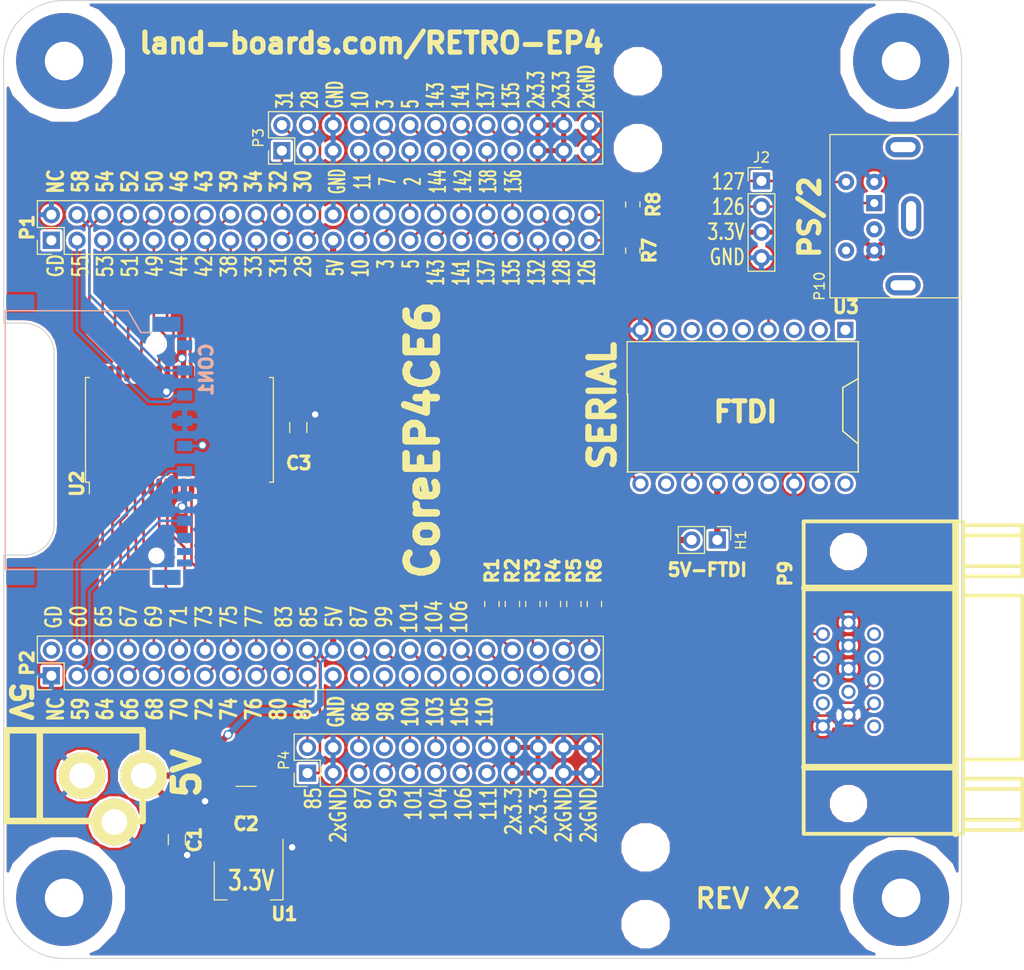
<source format=kicad_pcb>
(kicad_pcb (version 20171130) (host pcbnew "(5.0.2)-1")
  (title_block (title RETRO-EP4CE6) (rev X2) (company land-boards.com))
  (layers (0 F.Cu signal) (31 B.Cu signal) (36 B.SilkS user) (37 F.SilkS user) (38 B.Mask user) (39 F.Mask user) (44 Edge.Cuts user))
  (net 0 "")
  (net 1 +5V)
  (net 2 GND)
  (net 3 +3V3)
  (net 4 /P64)
  (net 5 /P65)
  (net 6 /P66)
  (net 7 /P67)
  (net 8 /P68)
  (net 9 /P69)
  (net 10 /P70)
  (net 11 /P71)
  (net 12 /P72)
  (net 13 /P73)
  (net 14 /P74)
  (net 15 /P75)
  (net 16 /P76)
  (net 17 /P77)
  (net 18 /P80)
  (net 19 /P83)
  (net 20 /P84)
  (net 21 /P85)
  (net 22 /P87)
  (net 23 /P98)
  (net 24 /P99)
  (net 25 /P100)
  (net 26 /P101)
  (net 27 /P103)
  (net 28 /P104)
  (net 29 /P105)
  (net 30 /P106)
  (net 31 /P110)
  (net 32 /P111)
  (net 33 /P112)
  (net 34 /P113)
  (net 35 /P114)
  (net 36 /P115)
  (net 37 /P119)
  (net 38 /P120)
  (net 39 /P121)
  (net 40 /P124)
  (net 41 /P53)
  (net 42 /P54)
  (net 43 /P51)
  (net 44 /P52)
  (net 45 /P49)
  (net 46 /P50)
  (net 47 /P44)
  (net 48 /P46)
  (net 49 /P42)
  (net 50 /P43)
  (net 51 /P38)
  (net 52 /P39)
  (net 53 /P33)
  (net 54 /P34)
  (net 55 /P31)
  (net 56 /P32)
  (net 57 /P28)
  (net 58 /P30)
  (net 59 /P10)
  (net 60 /P3)
  (net 61 /P7)
  (net 62 /P5)
  (net 63 /P2)
  (net 64 /P143)
  (net 65 /P144)
  (net 66 /P141)
  (net 67 /P142)
  (net 68 /P137)
  (net 69 /P138)
  (net 70 /P135)
  (net 71 /P136)
  (net 72 /P132)
  (net 73 /P133)
  (net 74 /P128)
  (net 75 /P129)
  (net 76 /P126)
  (net 77 /P127)
  (net 78 /P86)
  (net 79 /P11)
  (net 80 /P59)
  (net 81 /P60)
  (net 82 /P58)
  (net 83 /P55)
  (net 84 "Net-(P9-Pad2)")
  (net 85 "Net-(P9-Pad1)")
  (net 86 "Net-(P9-Pad3)")
  (net 87 "Net-(H1-Pad1)")
  (module LandBoards_Conns:Connector_Mini-DIN_Female_6Pin_2rows (layer F.Cu) (at 96.34 30.09 90)
    (fp_text reference P10 (at -8.24 -5.44 90) (layer F.SilkS))
    (fp_text value CONN_6)
    (pad 7 thru_hole oval (at -8.15 2.85 90) (size 2 3.5) (drill oval 1 2.5) (layers *.Cu *.Mask))
    (pad 7 thru_hole oval (at 5.55 2.85 90) (size 2 3.5) (drill oval 1 2.5) (layers *.Cu *.Mask))
    (pad 1 thru_hole rect (at 0 0 90) (size 1.6 1.6) (drill 0.8) (layers *.Cu *.Mask) (net 76 /P126))
    (pad 2 thru_hole circle (at -2.6 0 90) (size 1.6 1.6) (drill 0.8) (layers *.Cu *.Mask))
    (pad 3 thru_hole circle (at 2.1 0 90) (size 1.6 1.6) (drill 0.8) (layers *.Cu *.Mask) (net 2 GND))
    (pad 4 thru_hole circle (at -4.7 0 90) (size 1.6 1.6) (drill 0.8) (layers *.Cu *.Mask) (net 3 +3V3))
    (pad 5 thru_hole circle (at 2.1 -2.8 90) (size 1.6 1.6) (drill 0.8) (layers *.Cu *.Mask) (net 77 /P127))
    (pad 6 thru_hole circle (at -4.7 -2.8 90) (size 1.6 1.6) (drill 0.8) (layers *.Cu *.Mask))
    (pad 7 thru_hole oval (at -1.3 3.65 90) (size 4 2) (drill oval 3 1) (layers *.Cu *.Mask))
  )
  (module LandBoards_Conns:FTDI-Module (layer F.Cu) (at 93.472 42.672 270)
    (fp_text reference U3 (at -2.286 -0.051001) (layer F.SilkS) (effects (font (size 1.27 1.27) (thickness 0.3175))))
    (fp_text value FTDI_Module)
    (pad 18 thru_hole oval (at 15.24 0 270) (size 1.6 1.6) (drill 0.9906) (layers *.Cu *.Mask))
    (pad 9 thru_hole oval (at 0 20.32 270) (size 1.6 1.6) (drill 0.9906) (layers *.Cu *.Mask) (net 2 GND))
    (pad 17 thru_hole oval (at 15.24 2.54 270) (size 1.6 1.6) (drill 0.9906) (layers *.Cu *.Mask))
    (pad 8 thru_hole oval (at 0 17.78 270) (size 1.6 1.6) (drill 0.9906) (layers *.Cu *.Mask))
    (pad 16 thru_hole oval (at 15.24 5.08 270) (size 1.6 1.6) (drill 0.9906) (layers *.Cu *.Mask) (net 2 GND))
    (pad 7 thru_hole oval (at 0 15.24 270) (size 1.6 1.6) (drill 0.9906) (layers *.Cu *.Mask))
    (pad 15 thru_hole oval (at 15.24 7.62 270) (size 1.6 1.6) (drill 0.9906) (layers *.Cu *.Mask))
    (pad 6 thru_hole oval (at 0 12.7 270) (size 1.6 1.6) (drill 0.9906) (layers *.Cu *.Mask))
    (pad 14 thru_hole oval (at 15.24 10.16 270) (size 1.6 1.6) (drill 0.9906) (layers *.Cu *.Mask) (net 74 /P128))
    (pad 5 thru_hole oval (at 0 10.16 270) (size 1.6 1.6) (drill 0.9906) (layers *.Cu *.Mask))
    (pad 13 thru_hole oval (at 15.24 12.7 270) (size 1.6 1.6) (drill 0.9906) (layers *.Cu *.Mask) (net 87 "Net-(H1-Pad1)"))
    (pad 4 thru_hole oval (at 0 7.62 270) (size 1.6 1.6) (drill 0.9906) (layers *.Cu *.Mask) (net 75 /P129))
    (pad 12 thru_hole oval (at 15.24 15.24 270) (size 1.6 1.6) (drill 0.9906) (layers *.Cu *.Mask) (net 73 /P133))
    (pad 3 thru_hole oval (at 0 5.08 270) (size 1.6 1.6) (drill 0.9906) (layers *.Cu *.Mask))
    (pad 11 thru_hole oval (at 15.24 17.78 270) (size 1.6 1.6) (drill 0.9906) (layers *.Cu *.Mask))
    (pad 2 thru_hole oval (at 0 2.54 270) (size 1.6 1.6) (drill 0.9906) (layers *.Cu *.Mask))
    (pad 10 thru_hole oval (at 15.24 20.32 270) (size 1.6 1.6) (drill 0.9906) (layers *.Cu *.Mask) (net 72 /P132))
    (pad 1 thru_hole rect (at 0 0 270) (size 1.6 1.6) (drill 0.9906) (layers *.Cu *.Mask))
  )
  (module LandBoards_MountHoles:MTG-6-32 (layer F.Cu) (at 16 16)
    (fp_text reference MTG1 hide)
    (fp_text value MTG_HOLE hide)
    (pad 1 thru_hole circle (at 0 0) (size 9.525 9.525) (drill 3.8354) (layers *.Cu *.Mask) (clearance 1.27))
  )
  (module LandBoards_MountHoles:MTG-6-32 (layer F.Cu) (at 99 16)
    (fp_text reference MTG2 hide)
    (fp_text value MTG_HOLE hide)
    (pad 1 thru_hole circle (at 0 0) (size 9.525 9.525) (drill 3.8354) (layers *.Cu *.Mask) (clearance 1.27))
  )
  (module LandBoards_MountHoles:MTG-6-32 (layer F.Cu) (at 16 99)
    (fp_text reference MTG3 hide)
    (fp_text value MTG_HOLE hide)
    (pad 1 thru_hole circle (at 0 0) (size 9.525 9.525) (drill 3.8354) (layers *.Cu *.Mask) (clearance 1.27))
  )
  (module LandBoards_MountHoles:MTG-6-32 (layer F.Cu) (at 99 99)
    (fp_text reference MTG?1 hide)
    (fp_text value MTG_HOLE hide)
    (pad 1 thru_hole circle (at 0 0) (size 9.525 9.525) (drill 3.8354) (layers *.Cu *.Mask) (clearance 1.27))
  )
  (module Mounting_Holes:MountingHole_4.3mm_M4 (layer F.Cu) (at 72.898 17.018)
    (fp_text reference MTG9 hide)
    (fp_text value MTG_HOLE hide)
    (pad 1 np_thru_hole circle (at 0 0) (size 4.3 4.3) (drill 4.3) (layers *.Cu *.Mask))
  )
  (module Mounting_Holes:MountingHole_4.3mm_M4 (layer F.Cu) (at 72.898 24.638)
    (fp_text reference MTG10 hide)
    (fp_text value MTG_HOLE hide)
    (pad 1 np_thru_hole circle (at 0 0) (size 4.3 4.3) (drill 4.3) (layers *.Cu *.Mask))
  )
  (module LandBoards_Conns:DCJ-NEW (layer F.Cu) (at 17.78 86.868)
    (fp_text reference J1 hide)
    (fp_text value DCJ0202 hide)
    (pad 2 thru_hole circle (at 0 0) (size 4.6 4.6) (drill 2.54) (layers *.Cu *.Mask F.SilkS) (net 2 GND))
    (pad 1 thru_hole circle (at 6.1 0) (size 4.6 4.6) (drill 2.54) (layers *.Cu *.Mask F.SilkS) (net 1 +5V))
    (pad 3 thru_hole circle (at 3.2 4.6) (size 4.6 4.6) (drill 2.54) (layers *.Cu *.Mask F.SilkS) (net 2 GND))
  )
  (module Mounting_Holes:MountingHole_4.3mm_M4 (layer F.Cu) (at 73.66 93.98)
    (fp_text reference MTG13 hide)
    (fp_text value MTG_HOLE hide)
    (pad 1 np_thru_hole circle (at 0 0) (size 4.3 4.3) (drill 4.3) (layers *.Cu *.Mask))
  )
  (module Mounting_Holes:MountingHole_4.3mm_M4 (layer F.Cu) (at 73.66 101.6)
    (fp_text reference MTG15 hide)
    (fp_text value MTG_HOLE hide)
    (pad 1 np_thru_hole circle (at 0 0) (size 4.3 4.3) (drill 4.3) (layers *.Cu *.Mask))
  )
  (module Pin_Headers:Pin_Header_Straight_2x22_Pitch2.54mm (layer F.Cu) (at 14.732 33.782 90)
    (fp_text reference P1 (at 1.27 -2.39 90) (layer F.SilkS) (effects (font (size 1.27 1.27) (thickness 0.3175))))
    (fp_text value CONN_02X22 hide)
    (pad 1 thru_hole rect (at 0 0 90) (size 1.7 1.7) (drill 1) (layers *.Cu *.Mask))
    (pad 2 thru_hole oval (at 2.54 0 90) (size 1.7 1.7) (drill 1) (layers *.Cu *.Mask) (net 2 GND))
    (pad 3 thru_hole oval (at 0 2.54 90) (size 1.7 1.7) (drill 1) (layers *.Cu *.Mask) (net 83 /P55))
    (pad 4 thru_hole oval (at 2.54 2.54 90) (size 1.7 1.7) (drill 1) (layers *.Cu *.Mask) (net 82 /P58))
    (pad 5 thru_hole oval (at 0 5.08 90) (size 1.7 1.7) (drill 1) (layers *.Cu *.Mask) (net 41 /P53))
    (pad 6 thru_hole oval (at 2.54 5.08 90) (size 1.7 1.7) (drill 1) (layers *.Cu *.Mask) (net 42 /P54))
    (pad 7 thru_hole oval (at 0 7.62 90) (size 1.7 1.7) (drill 1) (layers *.Cu *.Mask) (net 43 /P51))
    (pad 8 thru_hole oval (at 2.54 7.62 90) (size 1.7 1.7) (drill 1) (layers *.Cu *.Mask) (net 44 /P52))
    (pad 9 thru_hole oval (at 0 10.16 90) (size 1.7 1.7) (drill 1) (layers *.Cu *.Mask) (net 45 /P49))
    (pad 10 thru_hole oval (at 2.54 10.16 90) (size 1.7 1.7) (drill 1) (layers *.Cu *.Mask) (net 46 /P50))
    (pad 11 thru_hole oval (at 0 12.7 90) (size 1.7 1.7) (drill 1) (layers *.Cu *.Mask) (net 47 /P44))
    (pad 12 thru_hole oval (at 2.54 12.7 90) (size 1.7 1.7) (drill 1) (layers *.Cu *.Mask) (net 48 /P46))
    (pad 13 thru_hole oval (at 0 15.24 90) (size 1.7 1.7) (drill 1) (layers *.Cu *.Mask) (net 49 /P42))
    (pad 14 thru_hole oval (at 2.54 15.24 90) (size 1.7 1.7) (drill 1) (layers *.Cu *.Mask) (net 50 /P43))
    (pad 15 thru_hole oval (at 0 17.78 90) (size 1.7 1.7) (drill 1) (layers *.Cu *.Mask) (net 51 /P38))
    (pad 16 thru_hole oval (at 2.54 17.78 90) (size 1.7 1.7) (drill 1) (layers *.Cu *.Mask) (net 52 /P39))
    (pad 17 thru_hole oval (at 0 20.32 90) (size 1.7 1.7) (drill 1) (layers *.Cu *.Mask) (net 53 /P33))
    (pad 18 thru_hole oval (at 2.54 20.32 90) (size 1.7 1.7) (drill 1) (layers *.Cu *.Mask) (net 54 /P34))
    (pad 19 thru_hole oval (at 0 22.86 90) (size 1.7 1.7) (drill 1) (layers *.Cu *.Mask) (net 55 /P31))
    (pad 20 thru_hole oval (at 2.54 22.86 90) (size 1.7 1.7) (drill 1) (layers *.Cu *.Mask) (net 56 /P32))
    (pad 21 thru_hole oval (at 0 25.4 90) (size 1.7 1.7) (drill 1) (layers *.Cu *.Mask) (net 57 /P28))
    (pad 22 thru_hole oval (at 2.54 25.4 90) (size 1.7 1.7) (drill 1) (layers *.Cu *.Mask) (net 58 /P30))
    (pad 23 thru_hole oval (at 0 27.94 90) (size 1.7 1.7) (drill 1) (layers *.Cu *.Mask) (net 1 +5V))
    (pad 24 thru_hole oval (at 2.54 27.94 90) (size 1.7 1.7) (drill 1) (layers *.Cu *.Mask) (net 2 GND))
    (pad 25 thru_hole oval (at 0 30.48 90) (size 1.7 1.7) (drill 1) (layers *.Cu *.Mask) (net 59 /P10))
    (pad 26 thru_hole oval (at 2.54 30.48 90) (size 1.7 1.7) (drill 1) (layers *.Cu *.Mask) (net 79 /P11))
    (pad 27 thru_hole oval (at 0 33.02 90) (size 1.7 1.7) (drill 1) (layers *.Cu *.Mask) (net 60 /P3))
    (pad 28 thru_hole oval (at 2.54 33.02 90) (size 1.7 1.7) (drill 1) (layers *.Cu *.Mask) (net 61 /P7))
    (pad 29 thru_hole oval (at 0 35.56 90) (size 1.7 1.7) (drill 1) (layers *.Cu *.Mask) (net 62 /P5))
    (pad 30 thru_hole oval (at 2.54 35.56 90) (size 1.7 1.7) (drill 1) (layers *.Cu *.Mask) (net 63 /P2))
    (pad 31 thru_hole oval (at 0 38.1 90) (size 1.7 1.7) (drill 1) (layers *.Cu *.Mask) (net 64 /P143))
    (pad 32 thru_hole oval (at 2.54 38.1 90) (size 1.7 1.7) (drill 1) (layers *.Cu *.Mask) (net 65 /P144))
    (pad 33 thru_hole oval (at 0 40.64 90) (size 1.7 1.7) (drill 1) (layers *.Cu *.Mask) (net 66 /P141))
    (pad 34 thru_hole oval (at 2.54 40.64 90) (size 1.7 1.7) (drill 1) (layers *.Cu *.Mask) (net 67 /P142))
    (pad 35 thru_hole oval (at 0 43.18 90) (size 1.7 1.7) (drill 1) (layers *.Cu *.Mask) (net 68 /P137))
    (pad 36 thru_hole oval (at 2.54 43.18 90) (size 1.7 1.7) (drill 1) (layers *.Cu *.Mask) (net 69 /P138))
    (pad 37 thru_hole oval (at 0 45.72 90) (size 1.7 1.7) (drill 1) (layers *.Cu *.Mask) (net 70 /P135))
    (pad 38 thru_hole oval (at 2.54 45.72 90) (size 1.7 1.7) (drill 1) (layers *.Cu *.Mask) (net 71 /P136))
    (pad 39 thru_hole oval (at 0 48.26 90) (size 1.7 1.7) (drill 1) (layers *.Cu *.Mask) (net 72 /P132))
    (pad 40 thru_hole oval (at 2.54 48.26 90) (size 1.7 1.7) (drill 1) (layers *.Cu *.Mask) (net 73 /P133))
    (pad 41 thru_hole oval (at 0 50.8 90) (size 1.7 1.7) (drill 1) (layers *.Cu *.Mask) (net 74 /P128))
    (pad 42 thru_hole oval (at 2.54 50.8 90) (size 1.7 1.7) (drill 1) (layers *.Cu *.Mask) (net 75 /P129))
    (pad 43 thru_hole oval (at 0 53.34 90) (size 1.7 1.7) (drill 1) (layers *.Cu *.Mask) (net 76 /P126))
    (pad 44 thru_hole oval (at 2.54 53.34 90) (size 1.7 1.7) (drill 1) (layers *.Cu *.Mask) (net 77 /P127))
  )
  (module Pin_Headers:Pin_Header_Straight_2x22_Pitch2.54mm (layer F.Cu) (at 14.732 76.962 90)
    (fp_text reference P2 (at 1.27 -2.39 90) (layer F.SilkS) (effects (font (size 1.27 1.27) (thickness 0.3175))))
    (fp_text value CONN_02X22 hide)
    (pad 1 thru_hole rect (at 0 0 90) (size 1.7 1.7) (drill 1) (layers *.Cu *.Mask) (net 2 GND))
    (pad 2 thru_hole oval (at 2.54 0 90) (size 1.7 1.7) (drill 1) (layers *.Cu *.Mask))
    (pad 3 thru_hole oval (at 0 2.54 90) (size 1.7 1.7) (drill 1) (layers *.Cu *.Mask) (net 80 /P59))
    (pad 4 thru_hole oval (at 2.54 2.54 90) (size 1.7 1.7) (drill 1) (layers *.Cu *.Mask) (net 81 /P60))
    (pad 5 thru_hole oval (at 0 5.08 90) (size 1.7 1.7) (drill 1) (layers *.Cu *.Mask) (net 4 /P64))
    (pad 6 thru_hole oval (at 2.54 5.08 90) (size 1.7 1.7) (drill 1) (layers *.Cu *.Mask) (net 5 /P65))
    (pad 7 thru_hole oval (at 0 7.62 90) (size 1.7 1.7) (drill 1) (layers *.Cu *.Mask) (net 6 /P66))
    (pad 8 thru_hole oval (at 2.54 7.62 90) (size 1.7 1.7) (drill 1) (layers *.Cu *.Mask) (net 7 /P67))
    (pad 9 thru_hole oval (at 0 10.16 90) (size 1.7 1.7) (drill 1) (layers *.Cu *.Mask) (net 8 /P68))
    (pad 10 thru_hole oval (at 2.54 10.16 90) (size 1.7 1.7) (drill 1) (layers *.Cu *.Mask) (net 9 /P69))
    (pad 11 thru_hole oval (at 0 12.7 90) (size 1.7 1.7) (drill 1) (layers *.Cu *.Mask) (net 10 /P70))
    (pad 12 thru_hole oval (at 2.54 12.7 90) (size 1.7 1.7) (drill 1) (layers *.Cu *.Mask) (net 11 /P71))
    (pad 13 thru_hole oval (at 0 15.24 90) (size 1.7 1.7) (drill 1) (layers *.Cu *.Mask) (net 12 /P72))
    (pad 14 thru_hole oval (at 2.54 15.24 90) (size 1.7 1.7) (drill 1) (layers *.Cu *.Mask) (net 13 /P73))
    (pad 15 thru_hole oval (at 0 17.78 90) (size 1.7 1.7) (drill 1) (layers *.Cu *.Mask) (net 14 /P74))
    (pad 16 thru_hole oval (at 2.54 17.78 90) (size 1.7 1.7) (drill 1) (layers *.Cu *.Mask) (net 15 /P75))
    (pad 17 thru_hole oval (at 0 20.32 90) (size 1.7 1.7) (drill 1) (layers *.Cu *.Mask) (net 16 /P76))
    (pad 18 thru_hole oval (at 2.54 20.32 90) (size 1.7 1.7) (drill 1) (layers *.Cu *.Mask) (net 17 /P77))
    (pad 19 thru_hole oval (at 0 22.86 90) (size 1.7 1.7) (drill 1) (layers *.Cu *.Mask) (net 18 /P80))
    (pad 20 thru_hole oval (at 2.54 22.86 90) (size 1.7 1.7) (drill 1) (layers *.Cu *.Mask) (net 19 /P83))
    (pad 21 thru_hole oval (at 0 25.4 90) (size 1.7 1.7) (drill 1) (layers *.Cu *.Mask) (net 20 /P84))
    (pad 22 thru_hole oval (at 2.54 25.4 90) (size 1.7 1.7) (drill 1) (layers *.Cu *.Mask) (net 21 /P85))
    (pad 23 thru_hole oval (at 0 27.94 90) (size 1.7 1.7) (drill 1) (layers *.Cu *.Mask) (net 2 GND))
    (pad 24 thru_hole oval (at 2.54 27.94 90) (size 1.7 1.7) (drill 1) (layers *.Cu *.Mask) (net 1 +5V))
    (pad 25 thru_hole oval (at 0 30.48 90) (size 1.7 1.7) (drill 1) (layers *.Cu *.Mask) (net 78 /P86))
    (pad 26 thru_hole oval (at 2.54 30.48 90) (size 1.7 1.7) (drill 1) (layers *.Cu *.Mask) (net 22 /P87))
    (pad 27 thru_hole oval (at 0 33.02 90) (size 1.7 1.7) (drill 1) (layers *.Cu *.Mask) (net 23 /P98))
    (pad 28 thru_hole oval (at 2.54 33.02 90) (size 1.7 1.7) (drill 1) (layers *.Cu *.Mask) (net 24 /P99))
    (pad 29 thru_hole oval (at 0 35.56 90) (size 1.7 1.7) (drill 1) (layers *.Cu *.Mask) (net 25 /P100))
    (pad 30 thru_hole oval (at 2.54 35.56 90) (size 1.7 1.7) (drill 1) (layers *.Cu *.Mask) (net 26 /P101))
    (pad 31 thru_hole oval (at 0 38.1 90) (size 1.7 1.7) (drill 1) (layers *.Cu *.Mask) (net 27 /P103))
    (pad 32 thru_hole oval (at 2.54 38.1 90) (size 1.7 1.7) (drill 1) (layers *.Cu *.Mask) (net 28 /P104))
    (pad 33 thru_hole oval (at 0 40.64 90) (size 1.7 1.7) (drill 1) (layers *.Cu *.Mask) (net 29 /P105))
    (pad 34 thru_hole oval (at 2.54 40.64 90) (size 1.7 1.7) (drill 1) (layers *.Cu *.Mask) (net 30 /P106))
    (pad 35 thru_hole oval (at 0 43.18 90) (size 1.7 1.7) (drill 1) (layers *.Cu *.Mask) (net 31 /P110))
    (pad 36 thru_hole oval (at 2.54 43.18 90) (size 1.7 1.7) (drill 1) (layers *.Cu *.Mask) (net 32 /P111))
    (pad 37 thru_hole oval (at 0 45.72 90) (size 1.7 1.7) (drill 1) (layers *.Cu *.Mask) (net 33 /P112))
    (pad 38 thru_hole oval (at 2.54 45.72 90) (size 1.7 1.7) (drill 1) (layers *.Cu *.Mask) (net 34 /P113))
    (pad 39 thru_hole oval (at 0 48.26 90) (size 1.7 1.7) (drill 1) (layers *.Cu *.Mask) (net 35 /P114))
    (pad 40 thru_hole oval (at 2.54 48.26 90) (size 1.7 1.7) (drill 1) (layers *.Cu *.Mask) (net 36 /P115))
    (pad 41 thru_hole oval (at 0 50.8 90) (size 1.7 1.7) (drill 1) (layers *.Cu *.Mask) (net 37 /P119))
    (pad 42 thru_hole oval (at 2.54 50.8 90) (size 1.7 1.7) (drill 1) (layers *.Cu *.Mask) (net 38 /P120))
    (pad 43 thru_hole oval (at 0 53.34 90) (size 1.7 1.7) (drill 1) (layers *.Cu *.Mask) (net 39 /P121))
    (pad 44 thru_hole oval (at 2.54 53.34 90) (size 1.7 1.7) (drill 1) (layers *.Cu *.Mask) (net 40 /P124))
  )
  (module Capacitors_SMD:C_0805_HandSoldering (layer F.Cu) (at 27.178 93.218 270)
    (fp_text reference C1 (at 0 -1.75 270) (layer F.SilkS) (effects (font (size 1.27 1.27) (thickness 0.3175))))
    (fp_text value 0.1uF hide)
    (pad 1 smd rect (at -1.25 0 270) (size 1.5 1.25) (layers F.Cu F.Mask) (net 1 +5V))
    (pad 2 smd rect (at 1.25 0 270) (size 1.5 1.25) (layers F.Cu F.Mask) (net 2 GND))
  )
  (module Capacitors_SMD:C_1210_HandSoldering (layer F.Cu) (at 34.036 89.408 180)
    (fp_text reference C2 (at 0 -2.25 180) (layer F.SilkS) (effects (font (size 1.27 1.27) (thickness 0.3175))))
    (fp_text value 10uF hide)
    (pad 1 smd rect (at -2 0 180) (size 2 2.5) (layers F.Cu F.Mask) (net 3 +3V3))
    (pad 2 smd rect (at 2 0 180) (size 2 2.5) (layers F.Cu F.Mask) (net 2 GND))
  )
  (module Capacitors_SMD:C_0805_HandSoldering (layer F.Cu) (at 39.2176 52.3494 90)
    (fp_text reference C3 (at -3.5306 0.0508 180) (layer F.SilkS) (effects (font (size 1.27 1.27) (thickness 0.3175))))
    (fp_text value 0.1uF hide)
    (pad 1 smd rect (at -1.25 0 90) (size 1.5 1.25) (layers F.Cu F.Mask) (net 3 +3V3))
    (pad 2 smd rect (at 1.25 0 90) (size 1.5 1.25) (layers F.Cu F.Mask) (net 2 GND))
  )
  (module TO_SOT_Packages_SMD:SOT-223 (layer F.Cu) (at 34.29 97.282 270)
    (fp_text reference U1 (at 3.302 -3.556) (layer F.SilkS) (effects (font (size 1.27 1.27) (thickness 0.3175))))
    (fp_text value AP1117 hide)
    (pad 4 smd rect (at 3.15 0 270) (size 2 3.8) (layers F.Cu F.Mask) (net 3 +3V3))
    (pad 2 smd rect (at -3.15 0 270) (size 2 1.5) (layers F.Cu F.Mask) (net 3 +3V3))
    (pad 3 smd rect (at -3.15 2.3 270) (size 2 1.5) (layers F.Cu F.Mask) (net 1 +5V))
    (pad 1 smd rect (at -3.15 -2.3 270) (size 2 1.5) (layers F.Cu F.Mask) (net 2 GND))
  )
  (module Package_SO:TSOP-II-44_10.16x18.41mm_P0.8mm (layer F.Cu) (at 27.432 52.578 90)
    (fp_text reference U2 (at -5.334 -10.16 90) (layer F.SilkS) (effects (font (size 1.27 1.27) (thickness 0.3175))))
    (fp_text value IS61WV5128EDBLL-10TLI)
    (pad 1 smd roundrect (at -5.5875 -8.4 90) (size 1.525 0.55) (layers F.Cu F.Paste F.Mask))
    (pad 2 smd roundrect (at -5.5875 -7.6 90) (size 1.525 0.55) (layers F.Cu F.Paste F.Mask))
    (pad 3 smd roundrect (at -5.5875 -6.8 90) (size 1.525 0.55) (layers F.Cu F.Paste F.Mask) (net 5 /P65))
    (pad 4 smd roundrect (at -5.5875 -6 90) (size 1.525 0.55) (layers F.Cu F.Paste F.Mask) (net 4 /P64))
    (pad 5 smd roundrect (at -5.5875 -5.2 90) (size 1.525 0.55) (layers F.Cu F.Paste F.Mask) (net 7 /P67))
    (pad 6 smd roundrect (at -5.5875 -4.4 90) (size 1.525 0.55) (layers F.Cu F.Paste F.Mask) (net 6 /P66))
    (pad 7 smd roundrect (at -5.5875 -3.6 90) (size 1.525 0.55) (layers F.Cu F.Paste F.Mask) (net 9 /P69))
    (pad 8 smd roundrect (at -5.5875 -2.8 90) (size 1.525 0.55) (layers F.Cu F.Paste F.Mask) (net 8 /P68))
    (pad 9 smd roundrect (at -5.5875 -2 90) (size 1.525 0.55) (layers F.Cu F.Paste F.Mask) (net 11 /P71))
    (pad 10 smd roundrect (at -5.5875 -1.2 90) (size 1.525 0.55) (layers F.Cu F.Paste F.Mask) (net 10 /P70))
    (pad 11 smd roundrect (at -5.5875 -0.4 90) (size 1.525 0.55) (layers F.Cu F.Paste F.Mask) (net 3 +3V3))
    (pad 12 smd roundrect (at -5.5875 0.4 90) (size 1.525 0.55) (layers F.Cu F.Paste F.Mask) (net 2 GND))
    (pad 13 smd roundrect (at -5.5875 1.2 90) (size 1.525 0.55) (layers F.Cu F.Paste F.Mask) (net 13 /P73))
    (pad 14 smd roundrect (at -5.5875 2 90) (size 1.525 0.55) (layers F.Cu F.Paste F.Mask) (net 12 /P72))
    (pad 15 smd roundrect (at -5.5875 2.8 90) (size 1.525 0.55) (layers F.Cu F.Paste F.Mask) (net 15 /P75))
    (pad 16 smd roundrect (at -5.5875 3.6 90) (size 1.525 0.55) (layers F.Cu F.Paste F.Mask) (net 14 /P74))
    (pad 17 smd roundrect (at -5.5875 4.4 90) (size 1.525 0.55) (layers F.Cu F.Paste F.Mask) (net 17 /P77))
    (pad 18 smd roundrect (at -5.5875 5.2 90) (size 1.525 0.55) (layers F.Cu F.Paste F.Mask) (net 16 /P76))
    (pad 19 smd roundrect (at -5.5875 6 90) (size 1.525 0.55) (layers F.Cu F.Paste F.Mask) (net 19 /P83))
    (pad 20 smd roundrect (at -5.5875 6.8 90) (size 1.525 0.55) (layers F.Cu F.Paste F.Mask) (net 18 /P80))
    (pad 21 smd roundrect (at -5.5875 7.6 90) (size 1.525 0.55) (layers F.Cu F.Paste F.Mask))
    (pad 22 smd roundrect (at -5.5875 8.4 90) (size 1.525 0.55) (layers F.Cu F.Paste F.Mask))
    (pad 23 smd roundrect (at 5.5875 8.4 90) (size 1.525 0.55) (layers F.Cu F.Paste F.Mask))
    (pad 24 smd roundrect (at 5.5875 7.6 90) (size 1.525 0.55) (layers F.Cu F.Paste F.Mask))
    (pad 25 smd roundrect (at 5.5875 6.8 90) (size 1.525 0.55) (layers F.Cu F.Paste F.Mask))
    (pad 26 smd roundrect (at 5.5875 6 90) (size 1.525 0.55) (layers F.Cu F.Paste F.Mask) (net 54 /P34))
    (pad 27 smd roundrect (at 5.5875 5.2 90) (size 1.525 0.55) (layers F.Cu F.Paste F.Mask) (net 53 /P33))
    (pad 28 smd roundrect (at 5.5875 4.4 90) (size 1.525 0.55) (layers F.Cu F.Paste F.Mask) (net 51 /P38))
    (pad 29 smd roundrect (at 5.5875 3.6 90) (size 1.525 0.55) (layers F.Cu F.Paste F.Mask) (net 52 /P39))
    (pad 30 smd roundrect (at 5.5875 2.8 90) (size 1.525 0.55) (layers F.Cu F.Paste F.Mask) (net 49 /P42))
    (pad 31 smd roundrect (at 5.5875 2 90) (size 1.525 0.55) (layers F.Cu F.Paste F.Mask) (net 50 /P43))
    (pad 32 smd roundrect (at 5.5875 1.2 90) (size 1.525 0.55) (layers F.Cu F.Paste F.Mask) (net 47 /P44))
    (pad 33 smd roundrect (at 5.5875 0.4 90) (size 1.525 0.55) (layers F.Cu F.Paste F.Mask) (net 3 +3V3))
    (pad 34 smd roundrect (at 5.5875 -0.4 90) (size 1.525 0.55) (layers F.Cu F.Paste F.Mask) (net 2 GND))
    (pad 35 smd roundrect (at 5.5875 -1.2 90) (size 1.525 0.55) (layers F.Cu F.Paste F.Mask) (net 48 /P46))
    (pad 36 smd roundrect (at 5.5875 -2 90) (size 1.525 0.55) (layers F.Cu F.Paste F.Mask) (net 45 /P49))
    (pad 37 smd roundrect (at 5.5875 -2.8 90) (size 1.525 0.55) (layers F.Cu F.Paste F.Mask) (net 46 /P50))
    (pad 38 smd roundrect (at 5.5875 -3.6 90) (size 1.525 0.55) (layers F.Cu F.Paste F.Mask) (net 43 /P51))
    (pad 39 smd roundrect (at 5.5875 -4.4 90) (size 1.525 0.55) (layers F.Cu F.Paste F.Mask) (net 44 /P52))
    (pad 40 smd roundrect (at 5.5875 -5.2 90) (size 1.525 0.55) (layers F.Cu F.Paste F.Mask) (net 41 /P53))
    (pad 41 smd roundrect (at 5.5875 -6 90) (size 1.525 0.55) (layers F.Cu F.Paste F.Mask) (net 42 /P54))
    (pad 42 smd roundrect (at 5.5875 -6.8 90) (size 1.525 0.55) (layers F.Cu F.Paste F.Mask))
    (pad 43 smd roundrect (at 5.5875 -7.6 90) (size 1.525 0.55) (layers F.Cu F.Paste F.Mask))
    (pad 44 smd roundrect (at 5.5875 -8.4 90) (size 1.525 0.55) (layers F.Cu F.Paste F.Mask))
  )
  (module LandBoards_Conns:SD_CARD (layer B.Cu) (at 25.146 59.182 90)
    (fp_text reference CON1 (at 12.573 4.953 90) (layer B.SilkS) (effects (font (size 1.27 1.27) (thickness 0.3175)) (justify mirror)))
    (fp_text value SD_Card-conn hide)
    (pad 11 smd rect (at -6.6 2.8 90) (size 0.7 1.5) (layers B.Cu B.Mask))
    (pad 10 smd rect (at -5.46 2.8 90) (size 0.7 1.5) (layers B.Cu B.Mask))
    (pad "" np_thru_hole circle (at 15.12 0 90) (size 1.6 1.6) (drill 1.6) (layers *.Cu *.Mask B.SilkS))
    (pad 2 smd rect (at 10 2.8 90) (size 1 1.5) (layers B.Cu B.Mask) (net 83 /P55))
    (pad 1 smd rect (at 12.5 2.8 90) (size 1 1.5) (layers B.Cu B.Mask) (net 82 /P58))
    (pad 3 smd rect (at 7.5 2.8 90) (size 1 1.5) (layers B.Cu B.Mask) (net 2 GND))
    (pad 4 smd rect (at 5 2.8 90) (size 1 1.5) (layers B.Cu B.Mask) (net 3 +3V3))
    (pad 5 smd rect (at 2.5 2.8 90) (size 1 1.5) (layers B.Cu B.Mask) (net 81 /P60))
    (pad 6 smd rect (at 0 2.8 90) (size 1 1.5) (layers B.Cu B.Mask) (net 2 GND))
    (pad 7 smd rect (at -2.42 2.8 90) (size 1 1.5) (layers B.Cu B.Mask) (net 80 /P59))
    (pad 8 smd rect (at -4.12 2.8 90) (size 1 1.5) (layers B.Cu B.Mask))
    (pad 9 smd rect (at 15 2.8 90) (size 1 1.5) (layers B.Cu B.Mask))
    (pad 12 smd rect (at 17.07 1 90) (size 1.5 2.8) (layers B.Cu B.Mask))
    (pad 13 smd rect (at -8.03 1 90) (size 1.5 2.8) (layers B.Cu B.Mask))
    (pad 14 smd rect (at -8.03 -13.5 90) (size 1.5 2.8) (layers B.Cu B.Mask))
    (pad 15 smd rect (at 19.27 -13.5 90) (size 1.5 2.8) (layers B.Cu B.Mask))
    (pad "" np_thru_hole circle (at -5.88 0 90) (size 1.1 1.1) (drill 1.1) (layers *.Cu *.Mask B.SilkS))
  )
  (module LandBoards_Conns:DB_15F-VGA-fixed (layer F.Cu) (at 97.79 77.144999 90)
    (fp_text reference P9 (at 10.3124 -10.287 90) (layer F.SilkS) (effects (font (size 1.27 1.27) (thickness 0.3175))))
    (fp_text value SERIAL (at 26.954599 -28.4226 90) (layer F.SilkS) (effects (font (size 2.5 2.5) (thickness 0.625))))
    (pad "" np_thru_hole circle (at 12.49426 -4.01066 90) (size 3.2 3.2) (drill 3.2) (layers *.Cu *.Mask F.SilkS))
    (pad 3 thru_hole circle (at -0.2667 -6.55066 90) (size 1.397 1.397) (drill 0.889) (layers *.Cu *.Mask) (net 86 "Net-(P9-Pad3)"))
    (pad 2 thru_hole circle (at 2.0193 -6.55066 90) (size 1.397 1.397) (drill 0.9144) (layers *.Cu *.Mask) (net 84 "Net-(P9-Pad2)"))
    (pad 1 thru_hole circle (at 4.31038 -6.55066 90) (size 1.397 1.397) (drill 0.9144) (layers *.Cu *.Mask) (net 85 "Net-(P9-Pad1)"))
    (pad 4 thru_hole circle (at -2.56032 -6.55066 90) (size 1.397 1.397) (drill 0.9144) (layers *.Cu *.Mask))
    (pad 5 thru_hole circle (at -4.84886 -6.55066 90) (size 1.397 1.397) (drill 0.9144) (layers *.Cu *.Mask) (net 2 GND))
    (pad 9 thru_hole circle (at -1.41478 -4.01066 90) (size 1.397 1.397) (drill 0.9144) (layers *.Cu *.Mask))
    (pad 8 thru_hole circle (at 0.87376 -4.01066 90) (size 1.397 1.397) (drill 0.9144) (layers *.Cu *.Mask) (net 2 GND))
    (pad 7 thru_hole circle (at 3.16484 -4.01066 90) (size 1.397 1.397) (drill 0.9144) (layers *.Cu *.Mask) (net 2 GND))
    (pad 6 thru_hole circle (at 5.45592 -4.01066 90) (size 1.397 1.397) (drill 0.9144) (layers *.Cu *.Mask) (net 2 GND))
    (pad "" np_thru_hole circle (at -12.49426 -4.01066 90) (size 3.2 3.2) (drill 3.2) (layers *.Cu *.Mask F.SilkS))
    (pad 10 thru_hole circle (at -3.70586 -4.01066 90) (size 1.397 1.397) (drill 0.9144) (layers *.Cu *.Mask) (net 2 GND))
    (pad 11 thru_hole circle (at 4.31038 -1.47066 90) (size 1.397 1.397) (drill 0.9144) (layers *.Cu *.Mask))
    (pad 12 thru_hole circle (at 2.0193 -1.47066 90) (size 1.397 1.397) (drill 0.9144) (layers *.Cu *.Mask))
    (pad 13 thru_hole circle (at -0.26924 -1.4732 90) (size 1.397 1.397) (drill 0.9144) (layers *.Cu *.Mask) (net 37 /P119))
    (pad 14 thru_hole circle (at -2.56032 -1.47066 90) (size 1.397 1.397) (drill 0.9144) (layers *.Cu *.Mask) (net 39 /P121))
    (pad 15 thru_hole circle (at -4.84886 -1.47066 90) (size 1.397 1.397) (drill 0.9144) (layers *.Cu *.Mask))
  )
  (module Resistor_SMD:R_0805_2012Metric_Pad1.15x1.40mm_HandSolder (layer F.Cu) (at 58.42 69.85 270)
    (fp_text reference R1 (at -3.302 0 270) (layer F.SilkS) (effects (font (size 1.27 1.27) (thickness 0.3175))))
    (fp_text value 680)
    (pad 2 smd roundrect (at 1.025 0 270) (size 1.15 1.4) (layers F.Cu F.Paste F.Mask) (roundrect_rratio 0.217391) (net 34 /P113))
    (pad 1 smd roundrect (at -1.025 0 270) (size 1.15 1.4) (layers F.Cu F.Paste F.Mask) (roundrect_rratio 0.217391) (net 85 "Net-(P9-Pad1)"))
  )
  (module Resistor_SMD:R_0805_2012Metric_Pad1.15x1.40mm_HandSolder (layer F.Cu) (at 60.452 69.85 270)
    (fp_text reference R2 (at -3.302 0 270) (layer F.SilkS) (effects (font (size 1.27 1.27) (thickness 0.3175))))
    (fp_text value 470)
    (pad 1 smd roundrect (at -1.025 0 270) (size 1.15 1.4) (layers F.Cu F.Paste F.Mask) (roundrect_rratio 0.217391) (net 85 "Net-(P9-Pad1)"))
    (pad 2 smd roundrect (at 1.025 0 270) (size 1.15 1.4) (layers F.Cu F.Paste F.Mask) (roundrect_rratio 0.217391) (net 33 /P112))
  )
  (module Resistor_SMD:R_0805_2012Metric_Pad1.15x1.40mm_HandSolder (layer F.Cu) (at 62.484 69.85 270)
    (fp_text reference R3 (at -3.302 0 270) (layer F.SilkS) (effects (font (size 1.27 1.27) (thickness 0.3175))))
    (fp_text value 680)
    (pad 2 smd roundrect (at 1.025 0 270) (size 1.15 1.4) (layers F.Cu F.Paste F.Mask) (roundrect_rratio 0.217391) (net 36 /P115))
    (pad 1 smd roundrect (at -1.025 0 270) (size 1.15 1.4) (layers F.Cu F.Paste F.Mask) (roundrect_rratio 0.217391) (net 84 "Net-(P9-Pad2)"))
  )
  (module Resistor_SMD:R_0805_2012Metric_Pad1.15x1.40mm_HandSolder (layer F.Cu) (at 64.516 69.85 270)
    (fp_text reference R4 (at -3.302 0 270) (layer F.SilkS) (effects (font (size 1.27 1.27) (thickness 0.3175))))
    (fp_text value 470)
    (pad 1 smd roundrect (at -1.025 0 270) (size 1.15 1.4) (layers F.Cu F.Paste F.Mask) (roundrect_rratio 0.217391) (net 84 "Net-(P9-Pad2)"))
    (pad 2 smd roundrect (at 1.025 0 270) (size 1.15 1.4) (layers F.Cu F.Paste F.Mask) (roundrect_rratio 0.217391) (net 35 /P114))
  )
  (module Resistor_SMD:R_0805_2012Metric_Pad1.15x1.40mm_HandSolder (layer F.Cu) (at 66.548 69.85 270)
    (fp_text reference R5 (at -3.302 0 270) (layer F.SilkS) (effects (font (size 1.27 1.27) (thickness 0.3175))))
    (fp_text value 680)
    (pad 2 smd roundrect (at 1.025 0 270) (size 1.15 1.4) (layers F.Cu F.Paste F.Mask) (roundrect_rratio 0.217391) (net 38 /P120))
    (pad 1 smd roundrect (at -1.025 0 270) (size 1.15 1.4) (layers F.Cu F.Paste F.Mask) (roundrect_rratio 0.217391) (net 86 "Net-(P9-Pad3)"))
  )
  (module Resistor_SMD:R_0805_2012Metric_Pad1.15x1.40mm_HandSolder (layer F.Cu) (at 68.58 69.85 270)
    (fp_text reference R6 (at -3.302 0 270) (layer F.SilkS) (effects (font (size 1.27 1.27) (thickness 0.3175))))
    (fp_text value 470)
    (pad 1 smd roundrect (at -1.025 0 270) (size 1.15 1.4) (layers F.Cu F.Paste F.Mask) (roundrect_rratio 0.217391) (net 86 "Net-(P9-Pad3)"))
    (pad 2 smd roundrect (at 1.025 0 270) (size 1.15 1.4) (layers F.Cu F.Paste F.Mask) (roundrect_rratio 0.217391) (net 40 /P124))
  )
  (module Resistor_SMD:R_0805_2012Metric_Pad1.15x1.40mm_HandSolder (layer F.Cu) (at 72.39 34.798 270)
    (fp_text reference R7 (at 0 -1.65 270) (layer F.SilkS) (effects (font (size 1.27 1.27) (thickness 0.3175))))
    (fp_text value 10K)
    (pad 1 smd roundrect (at -1.025 0 270) (size 1.15 1.4) (layers F.Cu F.Paste F.Mask) (roundrect_rratio 0.217391) (net 76 /P126))
    (pad 2 smd roundrect (at 1.025 0 270) (size 1.15 1.4) (layers F.Cu F.Paste F.Mask) (roundrect_rratio 0.217391) (net 3 +3V3))
  )
  (module Resistor_SMD:R_0805_2012Metric_Pad1.15x1.40mm_HandSolder (layer F.Cu) (at 72.39 30.226 90)
    (fp_text reference R8 (at 0 2.032 90) (layer F.SilkS) (effects (font (size 1.27 1.27) (thickness 0.3175))))
    (fp_text value 10K)
    (pad 2 smd roundrect (at 1.025 0 90) (size 1.15 1.4) (layers F.Cu F.Paste F.Mask) (roundrect_rratio 0.217391) (net 3 +3V3))
    (pad 1 smd roundrect (at -1.025 0 90) (size 1.15 1.4) (layers F.Cu F.Paste F.Mask) (roundrect_rratio 0.217391) (net 77 /P127))
  )
  (module Pin_Headers:Pin_Header_Straight_1x02_Pitch2.54mm (layer F.Cu) (at 80.772 63.5 270)
    (fp_text reference H1 (at 0 -2.33 270) (layer F.SilkS))
    (fp_text value Conn_01x02)
    (pad 2 thru_hole oval (at 0 2.54 270) (size 1.7 1.7) (drill 1) (layers *.Cu *.Mask) (net 1 +5V))
    (pad 1 thru_hole rect (at 0 0 270) (size 1.7 1.7) (drill 1) (layers *.Cu *.Mask) (net 87 "Net-(H1-Pad1)"))
  )
  (module Pin_Headers:Pin_Header_Straight_1x04_Pitch2.54mm (layer F.Cu) (at 85.152 27.894)
    (fp_text reference J2 (at 0 -2.33) (layer F.SilkS))
    (fp_text value Conn_01x04)
    (pad 4 thru_hole oval (at 0 7.62) (size 1.7 1.7) (drill 1) (layers *.Cu *.Mask) (net 2 GND))
    (pad 3 thru_hole oval (at 0 5.08) (size 1.7 1.7) (drill 1) (layers *.Cu *.Mask) (net 3 +3V3))
    (pad 2 thru_hole oval (at 0 2.54) (size 1.7 1.7) (drill 1) (layers *.Cu *.Mask) (net 76 /P126))
    (pad 1 thru_hole rect (at 0 0) (size 1.7 1.7) (drill 1) (layers *.Cu *.Mask) (net 77 /P127))
  )
  (module Pin_Headers:Pin_Header_Straight_2x12_Pitch2.54mm (layer F.Cu) (at 40.132 86.614 90)
    (fp_text reference P4 (at 1.27 -2.33 90) (layer F.SilkS))
    (fp_text value Conn_02x12_Odd_Even)
    (pad 24 thru_hole oval (at 2.54 27.94 90) (size 1.7 1.7) (drill 1) (layers *.Cu *.Mask) (net 2 GND))
    (pad 23 thru_hole oval (at 0 27.94 90) (size 1.7 1.7) (drill 1) (layers *.Cu *.Mask) (net 2 GND))
    (pad 22 thru_hole oval (at 2.54 25.4 90) (size 1.7 1.7) (drill 1) (layers *.Cu *.Mask) (net 2 GND))
    (pad 21 thru_hole oval (at 0 25.4 90) (size 1.7 1.7) (drill 1) (layers *.Cu *.Mask) (net 2 GND))
    (pad 20 thru_hole oval (at 2.54 22.86 90) (size 1.7 1.7) (drill 1) (layers *.Cu *.Mask) (net 3 +3V3))
    (pad 19 thru_hole oval (at 0 22.86 90) (size 1.7 1.7) (drill 1) (layers *.Cu *.Mask) (net 3 +3V3))
    (pad 18 thru_hole oval (at 2.54 20.32 90) (size 1.7 1.7) (drill 1) (layers *.Cu *.Mask) (net 3 +3V3))
    (pad 17 thru_hole oval (at 0 20.32 90) (size 1.7 1.7) (drill 1) (layers *.Cu *.Mask) (net 3 +3V3))
    (pad 16 thru_hole oval (at 2.54 17.78 90) (size 1.7 1.7) (drill 1) (layers *.Cu *.Mask) (net 31 /P110))
    (pad 15 thru_hole oval (at 0 17.78 90) (size 1.7 1.7) (drill 1) (layers *.Cu *.Mask) (net 32 /P111))
    (pad 14 thru_hole oval (at 2.54 15.24 90) (size 1.7 1.7) (drill 1) (layers *.Cu *.Mask) (net 29 /P105))
    (pad 13 thru_hole oval (at 0 15.24 90) (size 1.7 1.7) (drill 1) (layers *.Cu *.Mask) (net 30 /P106))
    (pad 12 thru_hole oval (at 2.54 12.7 90) (size 1.7 1.7) (drill 1) (layers *.Cu *.Mask) (net 27 /P103))
    (pad 11 thru_hole oval (at 0 12.7 90) (size 1.7 1.7) (drill 1) (layers *.Cu *.Mask) (net 28 /P104))
    (pad 10 thru_hole oval (at 2.54 10.16 90) (size 1.7 1.7) (drill 1) (layers *.Cu *.Mask) (net 25 /P100))
    (pad 9 thru_hole oval (at 0 10.16 90) (size 1.7 1.7) (drill 1) (layers *.Cu *.Mask) (net 26 /P101))
    (pad 8 thru_hole oval (at 2.54 7.62 90) (size 1.7 1.7) (drill 1) (layers *.Cu *.Mask) (net 23 /P98))
    (pad 7 thru_hole oval (at 0 7.62 90) (size 1.7 1.7) (drill 1) (layers *.Cu *.Mask) (net 24 /P99))
    (pad 6 thru_hole oval (at 2.54 5.08 90) (size 1.7 1.7) (drill 1) (layers *.Cu *.Mask) (net 78 /P86))
    (pad 5 thru_hole oval (at 0 5.08 90) (size 1.7 1.7) (drill 1) (layers *.Cu *.Mask) (net 22 /P87))
    (pad 4 thru_hole oval (at 2.54 2.54 90) (size 1.7 1.7) (drill 1) (layers *.Cu *.Mask) (net 2 GND))
    (pad 3 thru_hole oval (at 0 2.54 90) (size 1.7 1.7) (drill 1) (layers *.Cu *.Mask) (net 2 GND))
    (pad 2 thru_hole oval (at 2.54 0 90) (size 1.7 1.7) (drill 1) (layers *.Cu *.Mask) (net 20 /P84))
    (pad 1 thru_hole rect (at 0 0 90) (size 1.7 1.7) (drill 1) (layers *.Cu *.Mask) (net 21 /P85))
  )
  (module Pin_Headers:Pin_Header_Straight_2x13_Pitch2.54mm (layer F.Cu) (at 37.592 24.892 90)
    (fp_text reference P3 (at 1.27 -2.33 90) (layer F.SilkS))
    (fp_text value Conn_02x13_Odd_Even)
    (pad 26 thru_hole oval (at 2.54 30.48 90) (size 1.7 1.7) (drill 1) (layers *.Cu *.Mask) (net 2 GND))
    (pad 25 thru_hole oval (at 0 30.48 90) (size 1.7 1.7) (drill 1) (layers *.Cu *.Mask) (net 2 GND))
    (pad 24 thru_hole oval (at 2.54 27.94 90) (size 1.7 1.7) (drill 1) (layers *.Cu *.Mask) (net 3 +3V3))
    (pad 23 thru_hole oval (at 0 27.94 90) (size 1.7 1.7) (drill 1) (layers *.Cu *.Mask) (net 3 +3V3))
    (pad 22 thru_hole oval (at 2.54 25.4 90) (size 1.7 1.7) (drill 1) (layers *.Cu *.Mask) (net 3 +3V3))
    (pad 21 thru_hole oval (at 0 25.4 90) (size 1.7 1.7) (drill 1) (layers *.Cu *.Mask) (net 3 +3V3))
    (pad 20 thru_hole oval (at 2.54 22.86 90) (size 1.7 1.7) (drill 1) (layers *.Cu *.Mask) (net 70 /P135))
    (pad 19 thru_hole oval (at 0 22.86 90) (size 1.7 1.7) (drill 1) (layers *.Cu *.Mask) (net 71 /P136))
    (pad 18 thru_hole oval (at 2.54 20.32 90) (size 1.7 1.7) (drill 1) (layers *.Cu *.Mask) (net 68 /P137))
    (pad 17 thru_hole oval (at 0 20.32 90) (size 1.7 1.7) (drill 1) (layers *.Cu *.Mask) (net 69 /P138))
    (pad 16 thru_hole oval (at 2.54 17.78 90) (size 1.7 1.7) (drill 1) (layers *.Cu *.Mask) (net 66 /P141))
    (pad 15 thru_hole oval (at 0 17.78 90) (size 1.7 1.7) (drill 1) (layers *.Cu *.Mask) (net 67 /P142))
    (pad 14 thru_hole oval (at 2.54 15.24 90) (size 1.7 1.7) (drill 1) (layers *.Cu *.Mask) (net 64 /P143))
    (pad 13 thru_hole oval (at 0 15.24 90) (size 1.7 1.7) (drill 1) (layers *.Cu *.Mask) (net 65 /P144))
    (pad 12 thru_hole oval (at 2.54 12.7 90) (size 1.7 1.7) (drill 1) (layers *.Cu *.Mask) (net 62 /P5))
    (pad 11 thru_hole oval (at 0 12.7 90) (size 1.7 1.7) (drill 1) (layers *.Cu *.Mask) (net 63 /P2))
    (pad 10 thru_hole oval (at 2.54 10.16 90) (size 1.7 1.7) (drill 1) (layers *.Cu *.Mask) (net 60 /P3))
    (pad 9 thru_hole oval (at 0 10.16 90) (size 1.7 1.7) (drill 1) (layers *.Cu *.Mask) (net 61 /P7))
    (pad 8 thru_hole oval (at 2.54 7.62 90) (size 1.7 1.7) (drill 1) (layers *.Cu *.Mask) (net 59 /P10))
    (pad 7 thru_hole oval (at 0 7.62 90) (size 1.7 1.7) (drill 1) (layers *.Cu *.Mask) (net 79 /P11))
    (pad 6 thru_hole oval (at 2.54 5.08 90) (size 1.7 1.7) (drill 1) (layers *.Cu *.Mask) (net 2 GND))
    (pad 5 thru_hole oval (at 0 5.08 90) (size 1.7 1.7) (drill 1) (layers *.Cu *.Mask) (net 2 GND))
    (pad 4 thru_hole oval (at 2.54 2.54 90) (size 1.7 1.7) (drill 1) (layers *.Cu *.Mask) (net 57 /P28))
    (pad 3 thru_hole oval (at 0 2.54 90) (size 1.7 1.7) (drill 1) (layers *.Cu *.Mask) (net 58 /P30))
    (pad 2 thru_hole oval (at 2.54 0 90) (size 1.7 1.7) (drill 1) (layers *.Cu *.Mask) (net 55 /P31))
    (pad 1 thru_hole rect (at 0 0 90) (size 1.7 1.7) (drill 1) (layers *.Cu *.Mask) (net 56 /P32))
  )
  (gr_text 5V (at 28.1686 86.6267 90) (layer F.SilkS) (effects (font (size 2.54 2.54) (thickness 0.635))))
  (gr_text 5V-FTDI (at 79.7814 66.4591) (layer F.SilkS) (effects (font (size 1.27 1.27) (thickness 0.3175))))
  (gr_line (start 12 42) (end 10 42) (layer Edge.Cuts) (width 0.1))
  (gr_line (start 12 65) (end 10 65) (layer Edge.Cuts) (width 0.1))
  (gr_line (start 15 45) (end 15 62) (layer Edge.Cuts) (width 0.1))
  (gr_arc (start 12 62) (end 12 65) (angle -90) (layer Edge.Cuts) (width 0.1))
  (gr_arc (start 12 45) (end 15 45) (angle -90) (layer Edge.Cuts) (width 0.1))
  (gr_line (start 10 65) (end 10 99) (layer Edge.Cuts) (width 0.1))
  (gr_line (start 10 16) (end 10 42) (layer Edge.Cuts) (width 0.1))
  (gr_text 3.3V (at 34.544 97.282) (layer F.SilkS) (effects (font (size 1.905 1.397) (thickness 0.28575))))
  (gr_text "127\n126\n3.3V\nGND" (at 83.628 31.704) (layer F.SilkS) (effects (font (size 1.5494 1.143) (thickness 0.2032)) (justify right)))
  (gr_text FTDI (at 83.566 50.8) (layer F.SilkS) (effects (font (size 2 2) (thickness 0.5))))
  (gr_text PS/2 (at 89.94 31.48 90) (layer F.SilkS) (effects (font (size 2 2) (thickness 0.5))))
  (gr_text "83\n85\n5V\n87\n99\n101\n104\n106" (at 46.482 71.12 90) (layer F.SilkS) (effects (font (size 1.54178 1.143) (thickness 0.22225))))
  (gr_text "5V\n10\n3\n5\n143\n141\n137\n135\n132\n128\n126" (at 55.372 35.56 90) (layer F.SilkS) (effects (font (size 1.5494 0.889) (thickness 0.22225)) (justify right)))
  (gr_text "GD\n60\n65\n67\n69\n71\n73\n75\n77" (at 24.892 69.85 90) (layer F.SilkS) (effects (font (size 1.54178 1.143) (thickness 0.22225)) (justify right)))
  (gr_text CoreEP4CE6 (at 51.562 53.594 90) (layer F.SilkS) (effects (font (size 3 3) (thickness 0.75))))
  (gr_text 5V (at 11.684 79.502 270) (layer F.SilkS) (effects (font (size 2 2) (thickness 0.5))))
  (gr_text "85\n2xGND\n87\n99\n101\n104\n106\n111\n2x3.3\n2x3.3\n2xGND\n2xGND" (at 54.356 87.884 90) (layer F.SilkS) (effects (font (size 1.54178 1.143) (thickness 0.22225)) (justify right)))
  (gr_text "31\n28\nGND\n10\n3\n5\n143\n141\n137\n135\n2x3.3\n2x3.3\n2xGND" (at 52.832 20.828 90) (layer F.SilkS) (effects (font (size 1.5494 0.889) (thickness 0.22225)) (justify left)))
  (gr_text "GND\n11\n7\n2\n144\n142\n138\n136" (at 51.816 27.94 90) (layer F.SilkS) (effects (font (size 1.5494 0.8128) (thickness 0.2032))))
  (gr_text "NC\n58\n54\n52\n50\n46\n43\n39\n34\n32\n30" (at 27.432 27.94 90) (layer F.SilkS) (effects (font (size 1.524 1.143) (thickness 0.28575))))
  (gr_text "GND\n86\n98\n100\n103\n105\n110" (at 50.3301 80.5307 90) (layer F.SilkS) (effects (font (size 1.524 1.016) (thickness 0.254))))
  (gr_text "NC\n59\n64\n66\n68\n70\n72\n74\n76\n80\n84" (at 27.432 80.264 90) (layer F.SilkS) (effects (font (size 1.524 1.143) (thickness 0.28575))))
  (gr_text "GD\n55\n53\n51\n49\n44\n42\n38\n33\n31\n28" (at 27.432 37.592 90) (layer F.SilkS) (effects (font (size 1.524 1.143) (thickness 0.22225)) (justify left)))
  (gr_text "REV X2" (at 83.82 99.06) (layer F.SilkS) (effects (font (size 1.905 1.905) (thickness 0.381))))
  (gr_line (start 99 105) (end 16 105) (angle 90) (layer Edge.Cuts) (width 0.1))
  (gr_line (start 105 16) (end 105 99) (angle 90) (layer Edge.Cuts) (width 0.1))
  (gr_line (start 16 10) (end 99 10) (angle 90) (layer Edge.Cuts) (width 0.1))
  (gr_arc (start 16 99) (end 16 105) (angle 90) (layer Edge.Cuts) (width 0.1))
  (gr_arc (start 99 99) (end 105 99) (angle 90) (layer Edge.Cuts) (width 0.1))
  (gr_arc (start 99 16) (end 99 10) (angle 90) (layer Edge.Cuts) (width 0.1))
  (gr_arc (start 16 16) (end 10 16) (angle 90) (layer Edge.Cuts) (width 0.1))
  (gr_text land-boards.com/RETRO-EP4 (at 46.482 14.224) (layer F.SilkS) (effects (font (size 2 2) (thickness 0.5))))
  (segment (start 41.822001 75.271999) (end 42.672 74.422) (width 0.254) (layer B.Cu) (net 1))
  (segment (start 41.440999 75.653001) (end 41.822001 75.271999) (width 0.254) (layer B.Cu) (net 1))
  (segment (start 41.440999 77.474883) (end 41.440999 75.653001) (width 0.254) (layer B.Cu) (net 1))
  (segment (start 27.178 90.166) (end 25.15 88.138) (width 0.254) (layer F.Cu) (net 1))
  (segment (start 27.178 90.166) (end 23.88 86.868) (width 0.635) (layer F.Cu) (net 1))
  (segment (start 27.178 91.968) (end 27.178 90.166) (width 0.635) (layer F.Cu) (net 1))
  (segment (start 74.168 62.992) (end 42.672 62.992) (width 0.635) (layer F.Cu) (net 1))
  (segment (start 42.672 74.422) (end 42.672 62.992) (width 0.635) (layer F.Cu) (net 1))
  (segment (start 42.672 62.992) (end 42.672 33.782) (width 0.635) (layer F.Cu) (net 1))
  (via (at 32.258 82.804) (size 0.889) (drill 0.635) (layers F.Cu B.Cu) (net 1))
  (segment (start 23.88 86.868) (end 28.194 86.868) (width 0.635) (layer F.Cu) (net 1))
  (segment (start 28.194 86.868) (end 32.258 82.804) (width 0.635) (layer F.Cu) (net 1))
  (segment (start 31.99 93.882) (end 30.056 91.948) (width 0.635) (layer F.Cu) (net 1))
  (segment (start 31.99 94.132) (end 31.99 93.882) (width 0.635) (layer F.Cu) (net 1))
  (segment (start 30.036 91.968) (end 27.178 91.968) (width 0.635) (layer F.Cu) (net 1))
  (segment (start 30.056 91.948) (end 30.036 91.968) (width 0.635) (layer F.Cu) (net 1))
  (segment (start 41.402 78.524999) (end 41.440999 78.486) (width 0.635) (layer B.Cu) (net 1))
  (segment (start 41.402 79.756) (end 41.402 78.524999) (width 0.635) (layer B.Cu) (net 1))
  (segment (start 40.742 80.416) (end 41.402 79.756) (width 0.635) (layer B.Cu) (net 1))
  (segment (start 34.646 80.416) (end 40.742 80.416) (width 0.635) (layer B.Cu) (net 1))
  (segment (start 32.258 82.804) (end 34.646 80.416) (width 0.635) (layer B.Cu) (net 1))
  (segment (start 41.440999 77.474883) (end 41.440999 78.486) (width 0.254) (layer B.Cu) (net 1))
  (segment (start 74.676 63.5) (end 74.168 62.992) (width 0.635) (layer F.Cu) (net 1))
  (segment (start 78.232 63.5) (end 74.676 63.5) (width 0.635) (layer F.Cu) (net 1))
  (via (at 40.894 51.054) (size 0.889) (drill 0.635) (layers F.Cu B.Cu) (net 2))
  (segment (start 39.2176 51.0994) (end 40.8486 51.0994) (width 0.254) (layer F.Cu) (net 2))
  (segment (start 40.8486 51.0994) (end 40.894 51.054) (width 0.254) (layer F.Cu) (net 2))
  (via (at 28.194 94.742) (size 0.889) (drill 0.635) (layers F.Cu B.Cu) (net 2))
  (segment (start 27.178 94.468) (end 27.92 94.468) (width 0.254) (layer F.Cu) (net 2))
  (segment (start 27.92 94.468) (end 28.194 94.742) (width 0.254) (layer F.Cu) (net 2))
  (segment (start 22.25 91.468) (end 22.25 90.068) (width 0.635) (layer F.Cu) (net 2))
  (segment (start 20.98 91.468) (end 20.98 90.068) (width 0.635) (layer F.Cu) (net 2))
  (via (at 26.138283 48.791717) (size 0.889) (drill 0.635) (layers F.Cu B.Cu) (net 2))
  (segment (start 27.032 46.9905) (end 27.032 47.898) (width 0.254) (layer F.Cu) (net 2))
  (segment (start 27.032 47.898) (end 26.138283 48.791717) (width 0.254) (layer F.Cu) (net 2))
  (via (at 27.686 60.198) (size 0.889) (drill 0.635) (layers F.Cu B.Cu) (net 2))
  (segment (start 27.832 58.1655) (end 27.832 60.052) (width 0.254) (layer F.Cu) (net 2))
  (segment (start 27.832 60.052) (end 27.686 60.198) (width 0.254) (layer F.Cu) (net 2))
  (via (at 38.608 93.98) (size 0.889) (drill 0.635) (layers F.Cu B.Cu) (net 2))
  (segment (start 36.59 94.132) (end 38.456 94.132) (width 0.635) (layer F.Cu) (net 2))
  (segment (start 38.456 94.132) (end 38.608 93.98) (width 0.635) (layer F.Cu) (net 2))
  (segment (start 32.036 89.408) (end 29.972 89.408) (width 0.635) (layer F.Cu) (net 2))
  (via (at 29.972 89.408) (size 0.889) (drill 0.635) (layers F.Cu B.Cu) (net 2))
  (via (at 29.718 54.102) (size 0.889) (drill 0.635) (layers F.Cu B.Cu) (net 3))
  (segment (start 27.946 54.182) (end 29.638 54.182) (width 0.254) (layer B.Cu) (net 3))
  (segment (start 29.638 54.182) (end 29.718 54.102) (width 0.254) (layer B.Cu) (net 3))
  (via (at 27.686 45.466) (size 0.889) (drill 0.635) (layers F.Cu B.Cu) (net 3))
  (segment (start 27.832 46.9905) (end 27.832 45.612) (width 0.254) (layer F.Cu) (net 3))
  (segment (start 27.832 45.612) (end 27.686 45.466) (width 0.254) (layer F.Cu) (net 3))
  (segment (start 21.432 58.1655) (end 21.432 61.074434) (width 0.254) (layer F.Cu) (net 4))
  (segment (start 21.432 61.074434) (end 20.78399 61.722444) (width 0.254) (layer F.Cu) (net 4))
  (segment (start 20.661999 76.112001) (end 19.812 76.962) (width 0.254) (layer F.Cu) (net 4))
  (segment (start 20.78399 61.722444) (end 20.78399 73.572108) (width 0.254) (layer F.Cu) (net 4))
  (segment (start 20.78399 73.572108) (end 21.043001 73.831119) (width 0.254) (layer F.Cu) (net 4))
  (segment (start 21.043001 73.831119) (end 21.043001 75.730999) (width 0.254) (layer F.Cu) (net 4))
  (segment (start 21.043001 75.730999) (end 20.661999 76.112001) (width 0.254) (layer F.Cu) (net 4))
  (segment (start 19.812 61.976) (end 19.812 74.422) (width 0.254) (layer F.Cu) (net 5))
  (segment (start 20.632 58.1655) (end 20.632 61.156) (width 0.254) (layer F.Cu) (net 5))
  (segment (start 20.632 61.156) (end 19.812 61.976) (width 0.254) (layer F.Cu) (net 5))
  (segment (start 23.032 61.55) (end 23.032 58.1655) (width 0.254) (layer F.Cu) (net 6))
  (segment (start 22.352 62.23) (end 23.032 61.55) (width 0.254) (layer F.Cu) (net 6))
  (segment (start 22.352 70.104) (end 22.352 62.23) (width 0.254) (layer F.Cu) (net 6))
  (segment (start 23.583001 71.335001) (end 22.352 70.104) (width 0.254) (layer F.Cu) (net 6))
  (segment (start 23.583001 75.730999) (end 23.583001 71.335001) (width 0.254) (layer F.Cu) (net 6))
  (segment (start 22.352 76.962) (end 23.583001 75.730999) (width 0.254) (layer F.Cu) (net 6))
  (segment (start 22.232 58.1655) (end 22.232 60.992868) (width 0.254) (layer F.Cu) (net 7))
  (segment (start 22.232 60.992868) (end 21.59 61.634868) (width 0.254) (layer F.Cu) (net 7))
  (segment (start 22.352 71.628) (end 21.59 70.866) (width 0.254) (layer F.Cu) (net 7))
  (segment (start 22.352 74.422) (end 22.352 71.628) (width 0.254) (layer F.Cu) (net 7))
  (segment (start 21.59 61.634868) (end 21.59 70.866) (width 0.254) (layer F.Cu) (net 7))
  (segment (start 24.632 61.386868) (end 24.632 58.1655) (width 0.254) (layer F.Cu) (net 8))
  (segment (start 23.876 62.142868) (end 24.632 61.386868) (width 0.254) (layer F.Cu) (net 8))
  (segment (start 23.876 68.834) (end 23.876 62.142868) (width 0.254) (layer F.Cu) (net 8))
  (segment (start 26.162 71.12) (end 23.876 68.834) (width 0.254) (layer F.Cu) (net 8))
  (segment (start 26.162 75.692) (end 26.162 71.12) (width 0.254) (layer F.Cu) (net 8))
  (segment (start 24.892 76.962) (end 26.162 75.692) (width 0.254) (layer F.Cu) (net 8))
  (segment (start 23.832 58.1655) (end 23.832 61.468434) (width 0.254) (layer F.Cu) (net 9))
  (segment (start 23.114 62.186434) (end 23.114 69.596) (width 0.254) (layer F.Cu) (net 9))
  (segment (start 23.832 61.468434) (end 23.114 62.186434) (width 0.254) (layer F.Cu) (net 9))
  (segment (start 24.892 71.374) (end 23.114 69.596) (width 0.254) (layer F.Cu) (net 9))
  (segment (start 24.892 74.422) (end 24.892 71.374) (width 0.254) (layer F.Cu) (net 9))
  (segment (start 26.232 62.554) (end 26.232 58.1655) (width 0.254) (layer F.Cu) (net 10))
  (segment (start 27.94 64.262) (end 26.232 62.554) (width 0.254) (layer F.Cu) (net 10))
  (segment (start 27.94 67.31) (end 27.94 64.262) (width 0.254) (layer F.Cu) (net 10))
  (segment (start 28.702 68.072) (end 27.94 67.31) (width 0.254) (layer F.Cu) (net 10))
  (segment (start 28.702 75.692) (end 28.702 68.072) (width 0.254) (layer F.Cu) (net 10))
  (segment (start 27.432 76.962) (end 28.702 75.692) (width 0.254) (layer F.Cu) (net 10))
  (segment (start 25.432 63.970118) (end 25.432 58.1655) (width 0.254) (layer F.Cu) (net 11))
  (segment (start 27.432 74.422) (end 27.432 70.612) (width 0.254) (layer F.Cu) (net 11))
  (segment (start 26.162 69.342) (end 26.162 68.241998) (width 0.254) (layer F.Cu) (net 11))
  (segment (start 26.162 68.241998) (end 26.077001 68.156999) (width 0.254) (layer F.Cu) (net 11))
  (segment (start 27.432 70.612) (end 26.162 69.342) (width 0.254) (layer F.Cu) (net 11))
  (segment (start 26.077001 68.156999) (end 26.077001 64.615119) (width 0.254) (layer F.Cu) (net 11))
  (segment (start 26.077001 64.615119) (end 25.432 63.970118) (width 0.254) (layer F.Cu) (net 11))
  (segment (start 30.821999 76.112001) (end 29.972 76.962) (width 0.254) (layer F.Cu) (net 12))
  (segment (start 31.203001 75.730999) (end 30.821999 76.112001) (width 0.254) (layer F.Cu) (net 12))
  (segment (start 31.203001 67.585817) (end 31.203001 75.730999) (width 0.254) (layer F.Cu) (net 12))
  (segment (start 29.432 65.814816) (end 31.203001 67.585817) (width 0.254) (layer F.Cu) (net 12))
  (segment (start 29.432 58.1655) (end 29.432 65.814816) (width 0.254) (layer F.Cu) (net 12))
  (segment (start 29.972 67.07325) (end 29.972 74.422) (width 0.254) (layer F.Cu) (net 13))
  (segment (start 28.632 65.73325) (end 29.972 67.07325) (width 0.254) (layer F.Cu) (net 13))
  (segment (start 28.632 58.1655) (end 28.632 65.73325) (width 0.254) (layer F.Cu) (net 13))
  (segment (start 33.361999 76.112001) (end 32.512 76.962) (width 0.254) (layer F.Cu) (net 14))
  (segment (start 33.743001 75.730999) (end 33.361999 76.112001) (width 0.254) (layer F.Cu) (net 14))
  (segment (start 33.743001 68.688949) (end 33.743001 75.730999) (width 0.254) (layer F.Cu) (net 14))
  (segment (start 31.032 65.977948) (end 33.743001 68.688949) (width 0.254) (layer F.Cu) (net 14))
  (segment (start 31.032 58.1655) (end 31.032 65.977948) (width 0.254) (layer F.Cu) (net 14))
  (segment (start 32.512 68.176382) (end 32.512 74.422) (width 0.254) (layer F.Cu) (net 15))
  (segment (start 30.226 59.034) (end 30.226 65.890382) (width 0.254) (layer F.Cu) (net 15))
  (segment (start 30.232 59.028) (end 30.226 59.034) (width 0.254) (layer F.Cu) (net 15))
  (segment (start 30.232 58.1655) (end 30.232 59.028) (width 0.254) (layer F.Cu) (net 15))
  (segment (start 30.226 65.890382) (end 32.512 68.176382) (width 0.254) (layer F.Cu) (net 15))
  (segment (start 35.901999 76.112001) (end 35.052 76.962) (width 0.254) (layer F.Cu) (net 16))
  (segment (start 36.283001 75.730999) (end 35.901999 76.112001) (width 0.254) (layer F.Cu) (net 16))
  (segment (start 36.283001 69.792081) (end 36.283001 75.730999) (width 0.254) (layer F.Cu) (net 16))
  (segment (start 32.632 66.14108) (end 36.283001 69.792081) (width 0.254) (layer F.Cu) (net 16))
  (segment (start 32.632 58.1655) (end 32.632 66.14108) (width 0.254) (layer F.Cu) (net 16))
  (segment (start 35.052 69.279514) (end 35.052 74.422) (width 0.254) (layer F.Cu) (net 17))
  (segment (start 31.832 66.059514) (end 35.052 69.279514) (width 0.254) (layer F.Cu) (net 17))
  (segment (start 31.832 58.1655) (end 31.832 66.059514) (width 0.254) (layer F.Cu) (net 17))
  (segment (start 38.441999 76.112001) (end 37.592 76.962) (width 0.254) (layer F.Cu) (net 18))
  (segment (start 38.823001 75.730999) (end 38.441999 76.112001) (width 0.254) (layer F.Cu) (net 18))
  (segment (start 34.232 65.766999) (end 38.823001 70.358) (width 0.254) (layer F.Cu) (net 18))
  (segment (start 34.232 58.1655) (end 34.232 65.766999) (width 0.254) (layer F.Cu) (net 18))
  (segment (start 38.823001 70.358) (end 38.823001 75.730999) (width 0.254) (layer F.Cu) (net 18))
  (segment (start 37.592 70.382646) (end 37.592 74.422) (width 0.254) (layer F.Cu) (net 19))
  (segment (start 33.432 66.222646) (end 37.592 70.382646) (width 0.254) (layer F.Cu) (net 19))
  (segment (start 33.432 58.1655) (end 33.432 66.222646) (width 0.254) (layer F.Cu) (net 19))
  (segment (start 40.132 84.074) (end 40.132 76.962) (width 0.254) (layer F.Cu) (net 20))
  (segment (start 41.236 86.614) (end 40.132 86.614) (width 0.254) (layer F.Cu) (net 21))
  (segment (start 41.363001 86.486999) (end 41.236 86.614) (width 0.254) (layer F.Cu) (net 21))
  (segment (start 41.363001 75.653001) (end 41.363001 86.486999) (width 0.254) (layer F.Cu) (net 21))
  (segment (start 40.132 74.422) (end 41.363001 75.653001) (width 0.254) (layer F.Cu) (net 21))
  (segment (start 46.061999 85.764001) (end 45.212 86.614) (width 0.254) (layer F.Cu) (net 22))
  (segment (start 46.443001 85.382999) (end 46.061999 85.764001) (width 0.254) (layer F.Cu) (net 22))
  (segment (start 46.443001 75.653001) (end 46.482 85.344) (width 0.254) (layer F.Cu) (net 22))
  (segment (start 45.212 74.422) (end 46.443001 75.653001) (width 0.254) (layer F.Cu) (net 22))
  (segment (start 47.752 76.962) (end 47.752 84.074) (width 0.254) (layer F.Cu) (net 23))
  (segment (start 48.601999 85.764001) (end 47.752 86.614) (width 0.254) (layer F.Cu) (net 24))
  (segment (start 48.983001 85.382999) (end 48.601999 85.764001) (width 0.254) (layer F.Cu) (net 24))
  (segment (start 48.983001 75.653001) (end 49.022 85.344) (width 0.254) (layer F.Cu) (net 24))
  (segment (start 47.752 74.422) (end 48.983001 75.653001) (width 0.254) (layer F.Cu) (net 24))
  (segment (start 50.292 76.962) (end 50.292 84.074) (width 0.254) (layer F.Cu) (net 25))
  (segment (start 51.141999 85.764001) (end 50.292 86.614) (width 0.254) (layer F.Cu) (net 26))
  (segment (start 51.523001 85.382999) (end 51.141999 85.764001) (width 0.254) (layer F.Cu) (net 26))
  (segment (start 51.523001 75.653001) (end 51.523001 85.382999) (width 0.254) (layer F.Cu) (net 26))
  (segment (start 50.292 74.422) (end 51.523001 75.653001) (width 0.254) (layer F.Cu) (net 26))
  (segment (start 52.832 76.962) (end 52.832 84.074) (width 0.254) (layer F.Cu) (net 27))
  (segment (start 53.681999 85.764001) (end 52.832 86.614) (width 0.254) (layer F.Cu) (net 28))
  (segment (start 54.063001 85.382999) (end 53.681999 85.764001) (width 0.254) (layer F.Cu) (net 28))
  (segment (start 54.063001 75.653001) (end 54.102 85.344) (width 0.254) (layer F.Cu) (net 28))
  (segment (start 52.832 74.422) (end 54.063001 75.653001) (width 0.254) (layer F.Cu) (net 28))
  (segment (start 55.372 76.962) (end 55.372 84.074) (width 0.254) (layer F.Cu) (net 29))
  (segment (start 56.221999 85.764001) (end 55.372 86.614) (width 0.254) (layer F.Cu) (net 30))
  (segment (start 56.603001 85.382999) (end 56.221999 85.764001) (width 0.254) (layer F.Cu) (net 30))
  (segment (start 56.603001 75.653001) (end 56.603001 85.382999) (width 0.254) (layer F.Cu) (net 30))
  (segment (start 55.372 74.422) (end 56.603001 75.653001) (width 0.254) (layer F.Cu) (net 30))
  (segment (start 57.912 76.962) (end 57.912 84.074) (width 0.254) (layer F.Cu) (net 31))
  (segment (start 58.761999 85.764001) (end 57.912 86.614) (width 0.254) (layer F.Cu) (net 32))
  (segment (start 59.143001 85.382999) (end 58.761999 85.764001) (width 0.254) (layer F.Cu) (net 32))
  (segment (start 59.143001 75.653001) (end 59.182 85.344) (width 0.254) (layer F.Cu) (net 32))
  (segment (start 57.912 74.422) (end 59.143001 75.653001) (width 0.254) (layer F.Cu) (net 32))
  (segment (start 61.683001 75.730999) (end 61.683001 73.875001) (width 0.254) (layer F.Cu) (net 33))
  (segment (start 60.452 76.962) (end 61.683001 75.730999) (width 0.254) (layer F.Cu) (net 33))
  (segment (start 60.452 72.644) (end 60.452 70.875) (width 0.254) (layer F.Cu) (net 33))
  (segment (start 61.683001 73.875001) (end 60.452 72.644) (width 0.254) (layer F.Cu) (net 33))
  (segment (start 58.42 72.39) (end 58.42 70.875) (width 0.254) (layer F.Cu) (net 34))
  (segment (start 60.452 74.422) (end 58.42 72.39) (width 0.254) (layer F.Cu) (net 34))
  (segment (start 62.992 76.243882) (end 62.992 76.962) (width 0.254) (layer F.Cu) (net 35))
  (segment (start 64.223001 75.012881) (end 62.992 76.243882) (width 0.254) (layer F.Cu) (net 35))
  (segment (start 64.223001 73.152) (end 64.223001 75.012881) (width 0.254) (layer F.Cu) (net 35))
  (segment (start 64.516 72.859001) (end 64.223001 73.152) (width 0.254) (layer F.Cu) (net 35))
  (segment (start 64.516 70.875) (end 64.516 72.859001) (width 0.254) (layer F.Cu) (net 35))
  (segment (start 62.484 73.914) (end 62.992 74.422) (width 0.254) (layer F.Cu) (net 36))
  (segment (start 62.484 70.875) (end 62.484 73.914) (width 0.254) (layer F.Cu) (net 36))
  (segment (start 91.757501 78.625818) (end 74.561818 78.625818) (width 0.254) (layer F.Cu) (net 37))
  (segment (start 92.770963 79.63928) (end 91.757501 78.625818) (width 0.254) (layer F.Cu) (net 37))
  (segment (start 94.297501 79.63928) (end 92.770963 79.63928) (width 0.254) (layer F.Cu) (net 37))
  (segment (start 95.618301 78.31848) (end 94.297501 79.63928) (width 0.254) (layer F.Cu) (net 37))
  (segment (start 96.3168 77.414239) (end 95.618301 78.112738) (width 0.254) (layer F.Cu) (net 37))
  (segment (start 95.618301 78.112738) (end 95.618301 78.31848) (width 0.254) (layer F.Cu) (net 37))
  (segment (start 66.381999 76.112001) (end 65.532 76.962) (width 0.254) (layer F.Cu) (net 37))
  (segment (start 66.763001 75.730999) (end 66.381999 76.112001) (width 0.254) (layer F.Cu) (net 37))
  (segment (start 71.666999 75.730999) (end 66.763001 75.730999) (width 0.254) (layer F.Cu) (net 37))
  (segment (start 74.561818 78.625818) (end 71.666999 75.730999) (width 0.254) (layer F.Cu) (net 37))
  (segment (start 66.548 73.406) (end 66.548 70.875) (width 0.254) (layer F.Cu) (net 38))
  (segment (start 65.532 74.422) (end 66.548 73.406) (width 0.254) (layer F.Cu) (net 38))
  (segment (start 68.921999 77.811999) (end 68.072 76.962) (width 0.254) (layer F.Cu) (net 39))
  (segment (start 72.024358 80.914358) (end 68.921999 77.811999) (width 0.254) (layer F.Cu) (net 39))
  (segment (start 91.757501 80.914358) (end 72.024358 80.914358) (width 0.254) (layer F.Cu) (net 39))
  (segment (start 92.773503 81.93036) (end 91.757501 80.914358) (width 0.254) (layer F.Cu) (net 39))
  (segment (start 94.297501 81.93036) (end 92.773503 81.93036) (width 0.254) (layer F.Cu) (net 39))
  (segment (start 95.620841 80.60702) (end 94.297501 81.93036) (width 0.254) (layer F.Cu) (net 39))
  (segment (start 95.620841 80.403818) (end 95.620841 80.60702) (width 0.254) (layer F.Cu) (net 39))
  (segment (start 96.31934 79.705319) (end 95.620841 80.403818) (width 0.254) (layer F.Cu) (net 39))
  (segment (start 68.58 72.711919) (end 68.58 70.875) (width 0.254) (layer F.Cu) (net 40))
  (segment (start 68.072 74.422) (end 68.072 73.219919) (width 0.254) (layer F.Cu) (net 40))
  (segment (start 68.072 73.219919) (end 68.58 72.711919) (width 0.254) (layer F.Cu) (net 40))
  (segment (start 19.692 33.902) (end 19.812 33.782) (width 0.254) (layer F.Cu) (net 41))
  (segment (start 22.232 46.9905) (end 22.232 45.854) (width 0.254) (layer F.Cu) (net 41))
  (segment (start 19.812 43.434) (end 19.812 33.782) (width 0.254) (layer F.Cu) (net 41))
  (segment (start 22.232 45.854) (end 19.812 43.434) (width 0.254) (layer F.Cu) (net 41))
  (segment (start 21.432 46.9905) (end 21.432 45.816) (width 0.254) (layer F.Cu) (net 42))
  (segment (start 18.962001 32.091999) (end 19.812 31.242) (width 0.254) (layer F.Cu) (net 42))
  (segment (start 18.503001 32.550999) (end 18.962001 32.091999) (width 0.254) (layer F.Cu) (net 42))
  (segment (start 18.503001 42.887001) (end 18.503001 32.550999) (width 0.254) (layer F.Cu) (net 42))
  (segment (start 21.432 45.816) (end 18.503001 42.887001) (width 0.254) (layer F.Cu) (net 42))
  (segment (start 22.352 44.537132) (end 22.352 33.782) (width 0.254) (layer F.Cu) (net 43))
  (segment (start 23.832 46.9905) (end 23.832 46.017132) (width 0.254) (layer F.Cu) (net 43))
  (segment (start 23.832 46.017132) (end 22.352 44.537132) (width 0.254) (layer F.Cu) (net 43))
  (segment (start 21.502001 32.091999) (end 22.352 31.242) (width 0.254) (layer F.Cu) (net 44))
  (segment (start 21.043001 32.550999) (end 21.502001 32.091999) (width 0.254) (layer F.Cu) (net 44))
  (segment (start 21.043001 43.903001) (end 21.043001 32.550999) (width 0.254) (layer F.Cu) (net 44))
  (segment (start 21.082 43.985566) (end 21.082 43.942) (width 0.254) (layer F.Cu) (net 44))
  (segment (start 23.032 45.935566) (end 21.082 43.985566) (width 0.254) (layer F.Cu) (net 44))
  (segment (start 23.032 46.9905) (end 23.032 45.935566) (width 0.254) (layer F.Cu) (net 44))
  (segment (start 21.082 43.942) (end 21.043001 43.903001) (width 0.254) (layer F.Cu) (net 44))
  (segment (start 24.892 42.060118) (end 24.892 33.782) (width 0.254) (layer F.Cu) (net 45))
  (segment (start 26.327001 43.495119) (end 24.892 42.060118) (width 0.254) (layer F.Cu) (net 45))
  (segment (start 26.327001 44.628881) (end 26.327001 43.495119) (width 0.254) (layer F.Cu) (net 45))
  (segment (start 25.432 46.9905) (end 25.432 45.523882) (width 0.254) (layer F.Cu) (net 45))
  (segment (start 25.432 45.523882) (end 26.327001 44.628881) (width 0.254) (layer F.Cu) (net 45))
  (segment (start 24.632 46.9905) (end 24.632 45.968) (width 0.254) (layer F.Cu) (net 46))
  (segment (start 24.042001 32.091999) (end 24.892 31.242) (width 0.254) (layer F.Cu) (net 46))
  (segment (start 23.660999 32.473001) (end 24.042001 32.091999) (width 0.254) (layer F.Cu) (net 46))
  (segment (start 23.660999 45.127697) (end 23.660999 32.473001) (width 0.254) (layer F.Cu) (net 46))
  (segment (start 24.632 46.098698) (end 23.660999 45.127697) (width 0.254) (layer F.Cu) (net 46))
  (segment (start 24.632 46.9905) (end 24.632 46.098698) (width 0.254) (layer F.Cu) (net 46))
  (segment (start 28.511501 37.655501) (end 27.432 36.576) (width 0.254) (layer F.Cu) (net 47))
  (segment (start 28.511501 46.007501) (end 28.511501 37.655501) (width 0.254) (layer F.Cu) (net 47))
  (segment (start 28.632 46.128) (end 28.511501 46.007501) (width 0.254) (layer F.Cu) (net 47))
  (segment (start 28.632 46.9905) (end 28.632 46.128) (width 0.254) (layer F.Cu) (net 47))
  (segment (start 27.432 36.576) (end 27.432 33.782) (width 0.254) (layer F.Cu) (net 47))
  (segment (start 26.232 46.9905) (end 26.232 45.442316) (width 0.254) (layer F.Cu) (net 48))
  (segment (start 26.835011 44.839305) (end 26.835011 42.837011) (width 0.254) (layer F.Cu) (net 48))
  (segment (start 26.232 45.442316) (end 26.835011 44.839305) (width 0.254) (layer F.Cu) (net 48))
  (segment (start 26.582001 32.091999) (end 27.432 31.242) (width 0.254) (layer F.Cu) (net 48))
  (segment (start 26.200999 32.473001) (end 26.582001 32.091999) (width 0.254) (layer F.Cu) (net 48))
  (segment (start 26.200999 42.202999) (end 26.200999 32.473001) (width 0.254) (layer F.Cu) (net 48))
  (segment (start 26.835011 42.837011) (end 26.200999 42.202999) (width 0.254) (layer F.Cu) (net 48))
  (segment (start 30.232 34.042) (end 29.972 33.782) (width 0.254) (layer F.Cu) (net 49))
  (segment (start 30.232 46.9905) (end 30.232 34.042) (width 0.254) (layer F.Cu) (net 49))
  (segment (start 29.972 31.242) (end 28.740999 32.473001) (width 0.254) (layer F.Cu) (net 50))
  (segment (start 29.432 36.505001) (end 28.740999 35.814) (width 0.254) (layer F.Cu) (net 50))
  (segment (start 29.432 46.9905) (end 29.432 36.505001) (width 0.254) (layer F.Cu) (net 50))
  (segment (start 28.740999 32.473001) (end 28.740999 35.814) (width 0.254) (layer F.Cu) (net 50))
  (segment (start 31.832 41.109566) (end 32.512 40.429566) (width 0.254) (layer F.Cu) (net 51))
  (segment (start 31.832 46.9905) (end 31.832 41.109566) (width 0.254) (layer F.Cu) (net 51))
  (segment (start 32.512 40.429566) (end 32.512 33.782) (width 0.254) (layer F.Cu) (net 51))
  (segment (start 31.662001 32.091999) (end 32.512 31.242) (width 0.254) (layer F.Cu) (net 52))
  (segment (start 31.280999 32.473001) (end 31.662001 32.091999) (width 0.254) (layer F.Cu) (net 52))
  (segment (start 31.280999 40.093001) (end 31.280999 32.473001) (width 0.254) (layer F.Cu) (net 52))
  (segment (start 31.032 40.342) (end 31.280999 40.093001) (width 0.254) (layer F.Cu) (net 52))
  (segment (start 31.032 46.9905) (end 31.032 40.342) (width 0.254) (layer F.Cu) (net 52))
  (segment (start 32.632 46.9905) (end 32.632 41.028) (width 0.254) (layer F.Cu) (net 53))
  (segment (start 35.052 38.608) (end 35.052 33.782) (width 0.254) (layer F.Cu) (net 53))
  (segment (start 32.632 41.028) (end 35.052 38.608) (width 0.254) (layer F.Cu) (net 53))
  (segment (start 35.901999 32.091999) (end 35.052 31.242) (width 0.254) (layer F.Cu) (net 54))
  (segment (start 36.283001 32.473001) (end 35.901999 32.091999) (width 0.254) (layer F.Cu) (net 54))
  (segment (start 36.283001 39.408999) (end 36.283001 32.473001) (width 0.254) (layer F.Cu) (net 54))
  (segment (start 33.432 42.26) (end 36.283001 39.408999) (width 0.254) (layer F.Cu) (net 54))
  (segment (start 33.432 46.9905) (end 33.432 42.26) (width 0.254) (layer F.Cu) (net 54))
  (segment (start 38.441999 23.201999) (end 37.592 22.352) (width 0.254) (layer F.Cu) (net 55))
  (segment (start 38.823001 23.583001) (end 38.441999 23.201999) (width 0.254) (layer F.Cu) (net 55))
  (segment (start 38.823001 32.550999) (end 38.823001 23.583001) (width 0.254) (layer F.Cu) (net 55))
  (segment (start 37.592 33.782) (end 38.823001 32.550999) (width 0.254) (layer F.Cu) (net 55))
  (segment (start 37.592 31.242) (end 37.592 24.892) (width 0.254) (layer F.Cu) (net 56))
  (segment (start 40.981999 23.201999) (end 40.132 22.352) (width 0.254) (layer F.Cu) (net 57))
  (segment (start 41.363001 23.583001) (end 40.981999 23.201999) (width 0.254) (layer F.Cu) (net 57))
  (segment (start 41.363001 32.550999) (end 41.363001 23.583001) (width 0.254) (layer F.Cu) (net 57))
  (segment (start 40.132 33.782) (end 41.363001 32.550999) (width 0.254) (layer F.Cu) (net 57))
  (segment (start 40.132 31.242) (end 40.132 24.892) (width 0.254) (layer F.Cu) (net 58))
  (segment (start 46.061999 23.201999) (end 45.212 22.352) (width 0.254) (layer F.Cu) (net 59))
  (segment (start 46.443001 23.583001) (end 46.061999 23.201999) (width 0.254) (layer F.Cu) (net 59))
  (segment (start 46.443001 32.550999) (end 46.443001 23.583001) (width 0.254) (layer F.Cu) (net 59))
  (segment (start 45.212 33.782) (end 46.443001 32.550999) (width 0.254) (layer F.Cu) (net 59))
  (segment (start 48.601999 23.201999) (end 47.752 22.352) (width 0.254) (layer F.Cu) (net 60))
  (segment (start 48.983001 23.583001) (end 48.601999 23.201999) (width 0.254) (layer F.Cu) (net 60))
  (segment (start 48.983001 31.832881) (end 48.983001 23.583001) (width 0.254) (layer F.Cu) (net 60))
  (segment (start 47.752 33.063882) (end 48.983001 31.832881) (width 0.254) (layer F.Cu) (net 60))
  (segment (start 47.752 33.782) (end 47.752 33.063882) (width 0.254) (layer F.Cu) (net 60))
  (segment (start 47.752 24.892) (end 47.752 31.242) (width 0.254) (layer F.Cu) (net 61))
  (segment (start 51.141999 23.201999) (end 50.292 22.352) (width 0.254) (layer F.Cu) (net 62))
  (segment (start 51.523001 23.583001) (end 51.141999 23.201999) (width 0.254) (layer F.Cu) (net 62))
  (segment (start 51.523001 32.550999) (end 51.523001 23.583001) (width 0.254) (layer F.Cu) (net 62))
  (segment (start 50.292 33.782) (end 51.523001 32.550999) (width 0.254) (layer F.Cu) (net 62))
  (segment (start 50.292 31.242) (end 50.292 24.892) (width 0.254) (layer F.Cu) (net 63))
  (segment (start 53.681999 23.201999) (end 52.832 22.352) (width 0.254) (layer F.Cu) (net 64))
  (segment (start 54.063001 23.583001) (end 53.681999 23.201999) (width 0.254) (layer F.Cu) (net 64))
  (segment (start 54.063001 32.550999) (end 54.063001 23.583001) (width 0.254) (layer F.Cu) (net 64))
  (segment (start 52.832 33.782) (end 54.063001 32.550999) (width 0.254) (layer F.Cu) (net 64))
  (segment (start 52.832 31.242) (end 52.832 24.892) (width 0.254) (layer F.Cu) (net 65))
  (segment (start 56.221999 23.201999) (end 55.372 22.352) (width 0.254) (layer F.Cu) (net 66))
  (segment (start 56.603001 23.583001) (end 56.221999 23.201999) (width 0.254) (layer F.Cu) (net 66))
  (segment (start 56.603001 32.550999) (end 56.603001 23.583001) (width 0.254) (layer F.Cu) (net 66))
  (segment (start 55.372 33.782) (end 56.603001 32.550999) (width 0.254) (layer F.Cu) (net 66))
  (segment (start 55.372 31.242) (end 55.372 24.892) (width 0.254) (layer F.Cu) (net 67))
  (segment (start 58.761999 23.201999) (end 57.912 22.352) (width 0.254) (layer F.Cu) (net 68))
  (segment (start 59.143001 23.583001) (end 58.761999 23.201999) (width 0.254) (layer F.Cu) (net 68))
  (segment (start 59.143001 32.550999) (end 59.143001 23.583001) (width 0.254) (layer F.Cu) (net 68))
  (segment (start 57.912 33.782) (end 59.143001 32.550999) (width 0.254) (layer F.Cu) (net 68))
  (segment (start 57.912 31.242) (end 57.912 24.892) (width 0.254) (layer F.Cu) (net 69))
  (segment (start 61.301999 23.201999) (end 60.452 22.352) (width 0.254) (layer F.Cu) (net 70))
  (segment (start 61.683001 23.583001) (end 61.301999 23.201999) (width 0.254) (layer F.Cu) (net 70))
  (segment (start 61.683001 32.550999) (end 61.683001 23.583001) (width 0.254) (layer F.Cu) (net 70))
  (segment (start 60.452 33.782) (end 61.683001 32.550999) (width 0.254) (layer F.Cu) (net 70))
  (segment (start 60.452 31.242) (end 60.452 24.892) (width 0.254) (layer F.Cu) (net 71))
  (segment (start 62.992 33.782) (end 62.992 33.063882) (width 0.254) (layer F.Cu) (net 72))
  (segment (start 62.992 47.752) (end 73.152 57.912) (width 0.254) (layer F.Cu) (net 72))
  (segment (start 62.992 33.782) (end 62.992 47.752) (width 0.254) (layer F.Cu) (net 72))
  (segment (start 64.300999 32.550999) (end 64.300999 42.202999) (width 0.254) (layer F.Cu) (net 73))
  (segment (start 62.992 31.242) (end 64.300999 32.550999) (width 0.254) (layer F.Cu) (net 73))
  (segment (start 78.232 56.134) (end 78.232 57.912) (width 0.254) (layer F.Cu) (net 73))
  (segment (start 64.300999 42.202999) (end 78.232 56.134) (width 0.254) (layer F.Cu) (net 73))
  (segment (start 65.532 33.782) (end 65.532 39.116) (width 0.254) (layer F.Cu) (net 74))
  (segment (start 65.532 39.116) (end 78.232 51.816) (width 0.254) (layer F.Cu) (net 74))
  (segment (start 78.232 51.816) (end 80.772 51.816) (width 0.254) (layer F.Cu) (net 74))
  (segment (start 83.312 54.356) (end 83.312 57.912) (width 0.254) (layer F.Cu) (net 74))
  (segment (start 80.772 51.816) (end 83.312 54.356) (width 0.254) (layer F.Cu) (net 74))
  (segment (start 66.763001 32.473001) (end 65.532 31.242) (width 0.254) (layer F.Cu) (net 75))
  (segment (start 66.763001 34.294883) (end 66.763001 32.473001) (width 0.254) (layer F.Cu) (net 75))
  (segment (start 71.584118 39.116) (end 66.763001 34.294883) (width 0.254) (layer F.Cu) (net 75))
  (segment (start 83.42737 39.116) (end 71.584118 39.116) (width 0.254) (layer F.Cu) (net 75))
  (segment (start 85.852 41.54063) (end 83.42737 39.116) (width 0.254) (layer F.Cu) (net 75))
  (segment (start 85.852 42.672) (end 85.852 41.54063) (width 0.254) (layer F.Cu) (net 75))
  (segment (start 72.381 33.782) (end 72.39 33.773) (width 0.254) (layer F.Cu) (net 76))
  (segment (start 68.072 33.782) (end 72.381 33.782) (width 0.254) (layer F.Cu) (net 76))
  (segment (start 72.399 33.782) (end 72.39 33.773) (width 0.254) (layer F.Cu) (net 76))
  (segment (start 85.279 30.307) (end 85.152 30.434) (width 0.254) (layer F.Cu) (net 76))
  (segment (start 96.34 30.09) (end 89.53 30.09) (width 0.254) (layer F.Cu) (net 76))
  (segment (start 89.186 30.434) (end 85.152 30.434) (width 0.254) (layer F.Cu) (net 76))
  (segment (start 89.53 30.09) (end 89.186 30.434) (width 0.254) (layer F.Cu) (net 76))
  (segment (start 73.19 33.773) (end 73.217 33.8) (width 0.254) (layer F.Cu) (net 76))
  (segment (start 72.39 33.773) (end 73.19 33.773) (width 0.254) (layer F.Cu) (net 76))
  (segment (start 73.217 33.8) (end 77.85 33.8) (width 0.254) (layer F.Cu) (net 76))
  (segment (start 81.216 30.434) (end 85.152 30.434) (width 0.254) (layer F.Cu) (net 76))
  (segment (start 77.85 33.8) (end 81.216 30.434) (width 0.254) (layer F.Cu) (net 76))
  (segment (start 72.381 31.242) (end 72.39 31.251) (width 0.254) (layer F.Cu) (net 77))
  (segment (start 68.072 31.242) (end 72.381 31.242) (width 0.254) (layer F.Cu) (net 77))
  (segment (start 85.3044 28.0464) (end 85.152 27.894) (width 0.254) (layer F.Cu) (net 77))
  (segment (start 93.54 27.99) (end 88.22 27.99) (width 0.254) (layer F.Cu) (net 77))
  (segment (start 88.124 27.894) (end 85.152 27.894) (width 0.254) (layer F.Cu) (net 77))
  (segment (start 88.22 27.99) (end 88.124 27.894) (width 0.254) (layer F.Cu) (net 77))
  (segment (start 73.19 31.251) (end 73.201 31.24) (width 0.254) (layer F.Cu) (net 77))
  (segment (start 72.39 31.251) (end 73.19 31.251) (width 0.254) (layer F.Cu) (net 77))
  (segment (start 73.201 31.24) (end 74.76 31.24) (width 0.254) (layer F.Cu) (net 77))
  (segment (start 78.106 27.894) (end 85.152 27.894) (width 0.254) (layer F.Cu) (net 77))
  (segment (start 74.76 31.24) (end 78.106 27.894) (width 0.254) (layer F.Cu) (net 77))
  (segment (start 45.212 76.962) (end 45.212 84.074) (width 0.254) (layer F.Cu) (net 78))
  (segment (start 45.212 24.892) (end 45.212 31.242) (width 0.254) (layer F.Cu) (net 79))
  (segment (start 18.121999 76.112001) (end 17.272 76.962) (width 0.254) (layer B.Cu) (net 80))
  (segment (start 18.503001 75.730999) (end 18.121999 76.112001) (width 0.254) (layer B.Cu) (net 80))
  (segment (start 25.481001 61.602) (end 18.503001 68.58) (width 0.254) (layer B.Cu) (net 80))
  (segment (start 27.946 61.602) (end 25.481001 61.602) (width 0.254) (layer B.Cu) (net 80))
  (segment (start 18.503001 68.58) (end 18.503001 75.730999) (width 0.254) (layer B.Cu) (net 80))
  (segment (start 27.946 56.682) (end 26.376 56.682) (width 0.254) (layer B.Cu) (net 81))
  (segment (start 17.272 65.786) (end 17.272 74.422) (width 0.254) (layer B.Cu) (net 81))
  (segment (start 26.376 56.682) (end 17.272 65.786) (width 0.254) (layer B.Cu) (net 81))
  (segment (start 18.121999 32.091999) (end 17.272 31.242) (width 0.254) (layer B.Cu) (net 82))
  (segment (start 18.503001 32.473001) (end 18.121999 32.091999) (width 0.254) (layer B.Cu) (net 82))
  (segment (start 18.503001 39.166883) (end 18.503001 32.473001) (width 0.254) (layer B.Cu) (net 82))
  (segment (start 26.018118 46.682) (end 18.503001 39.166883) (width 0.254) (layer B.Cu) (net 82))
  (segment (start 27.946 46.682) (end 26.018118 46.682) (width 0.254) (layer B.Cu) (net 82))
  (segment (start 26.942 49.182) (end 26.924 49.2) (width 0.254) (layer B.Cu) (net 83))
  (segment (start 27.946 49.182) (end 26.942 49.182) (width 0.254) (layer B.Cu) (net 83))
  (segment (start 26.924 49.2) (end 26.924 49.276) (width 0.254) (layer B.Cu) (net 83))
  (segment (start 26.924 49.276) (end 26.416 49.784) (width 0.254) (layer B.Cu) (net 83))
  (segment (start 26.416 49.784) (end 24.384 49.784) (width 0.254) (layer B.Cu) (net 83))
  (segment (start 17.272 42.672) (end 17.272 38.608) (width 0.254) (layer B.Cu) (net 83))
  (segment (start 24.384 49.784) (end 17.272 42.672) (width 0.254) (layer B.Cu) (net 83))
  (segment (start 17.272 38.608) (end 17.272 33.782) (width 0.254) (layer B.Cu) (net 83))
  (segment (start 70.612 66.548) (end 64.516 66.548) (width 0.254) (layer F.Cu) (net 84))
  (segment (start 62.484 68.825) (end 62.484 67.564) (width 0.254) (layer F.Cu) (net 84))
  (segment (start 62.484 67.564) (end 63.5 66.548) (width 0.254) (layer F.Cu) (net 84))
  (segment (start 64.516 68.825) (end 64.516 66.548) (width 0.254) (layer F.Cu) (net 84))
  (segment (start 63.5 66.548) (end 64.516 66.548) (width 0.254) (layer F.Cu) (net 84))
  (segment (start 79.189699 75.125699) (end 70.612 66.548) (width 0.254) (layer F.Cu) (net 84))
  (segment (start 91.23934 75.125699) (end 79.189699 75.125699) (width 0.254) (layer F.Cu) (net 84))
  (segment (start 91.23934 72.834619) (end 78.930619 72.834619) (width 0.254) (layer F.Cu) (net 85))
  (segment (start 78.930619 72.834619) (end 71.628 65.532) (width 0.254) (layer F.Cu) (net 85))
  (segment (start 58.42 66.548) (end 59.436 65.532) (width 0.254) (layer F.Cu) (net 85))
  (segment (start 58.42 68.825) (end 58.42 66.548) (width 0.254) (layer F.Cu) (net 85))
  (segment (start 71.628 65.532) (end 60.452 65.532) (width 0.254) (layer F.Cu) (net 85))
  (segment (start 60.452 68.825) (end 60.452 65.532) (width 0.254) (layer F.Cu) (net 85))
  (segment (start 59.436 65.532) (end 60.452 65.532) (width 0.254) (layer F.Cu) (net 85))
  (segment (start 90.251512 77.411699) (end 90.193211 77.47) (width 0.254) (layer F.Cu) (net 86))
  (segment (start 91.23934 77.411699) (end 90.251512 77.411699) (width 0.254) (layer F.Cu) (net 86))
  (segment (start 90.193211 77.47) (end 79.756 77.47) (width 0.254) (layer F.Cu) (net 86))
  (segment (start 71.111 68.825) (end 68.58 68.825) (width 0.254) (layer F.Cu) (net 86))
  (segment (start 79.756 77.47) (end 71.111 68.825) (width 0.254) (layer F.Cu) (net 86))
  (segment (start 68.58 68.825) (end 66.548 68.825) (width 0.254) (layer F.Cu) (net 86))
  (segment (start 80.772 63.5) (end 80.772 57.912) (width 0.635) (layer F.Cu) (net 87))
  (zone (net 3) (net_name +3V3) (layer F.Cu) (connect_pads (clearance 0.254)) (min_thickness 0.254) (fill yes (arc_segments 16) (thermal_gap 0.508) (thermal_bridge_width 0.508))
    (polygon (pts (xy 16 10) (xy 99 10) (xy 105 16) (xy 105 99) (xy 99 105) (xy 16 105) (xy 10 97) (xy 10 65) (xy 14 64) (xy 14 43) (xy 10 42) (xy 10 15)))
  )
  (zone (net 2) (net_name GND) (layer B.Cu) (connect_pads (clearance 0.254)) (min_thickness 0.254) (fill yes (arc_segments 16) (thermal_gap 0.508) (thermal_bridge_width 0.508))
    (polygon (pts (xy 99 10) (xy 105 16) (xy 105 99) (xy 99 105) (xy 16 105) (xy 10 97) (xy 10 65) (xy 14 64) (xy 14 43) (xy 10 42) (xy 10 16) (xy 16 10) (xy 89 10)))
  )
)
</source>
